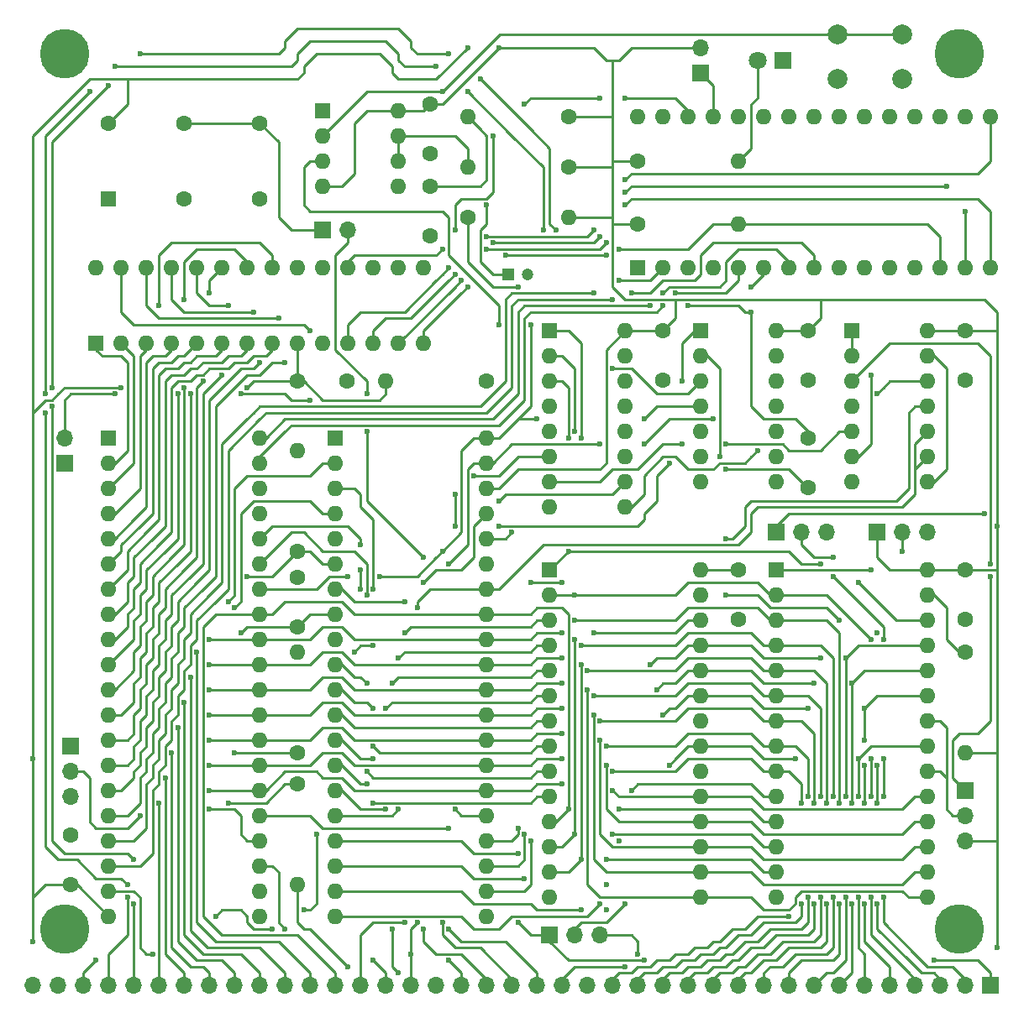
<source format=gtl>
G04 #@! TF.GenerationSoftware,KiCad,Pcbnew,(5.0.2)-1*
G04 #@! TF.CreationDate,2019-08-30T14:41:27-04:00*
G04 #@! TF.ProjectId,RC6502 Apple 1 SBC,52433635-3032-4204-9170-706c65203120,rev?*
G04 #@! TF.SameCoordinates,Original*
G04 #@! TF.FileFunction,Copper,L1,Top*
G04 #@! TF.FilePolarity,Positive*
%FSLAX46Y46*%
G04 Gerber Fmt 4.6, Leading zero omitted, Abs format (unit mm)*
G04 Created by KiCad (PCBNEW (5.0.2)-1) date 8/30/2019 2:41:27 PM*
%MOMM*%
%LPD*%
G01*
G04 APERTURE LIST*
G04 #@! TA.AperFunction,ComponentPad*
%ADD10R,1.600000X1.600000*%
G04 #@! TD*
G04 #@! TA.AperFunction,ComponentPad*
%ADD11O,1.600000X1.600000*%
G04 #@! TD*
G04 #@! TA.AperFunction,ComponentPad*
%ADD12C,1.600000*%
G04 #@! TD*
G04 #@! TA.AperFunction,ComponentPad*
%ADD13R,1.700000X1.700000*%
G04 #@! TD*
G04 #@! TA.AperFunction,ComponentPad*
%ADD14O,1.700000X1.700000*%
G04 #@! TD*
G04 #@! TA.AperFunction,ComponentPad*
%ADD15C,2.000000*%
G04 #@! TD*
G04 #@! TA.AperFunction,ComponentPad*
%ADD16R,1.200000X1.200000*%
G04 #@! TD*
G04 #@! TA.AperFunction,ComponentPad*
%ADD17C,1.200000*%
G04 #@! TD*
G04 #@! TA.AperFunction,ComponentPad*
%ADD18C,5.000000*%
G04 #@! TD*
G04 #@! TA.AperFunction,ComponentPad*
%ADD19R,1.800000X1.800000*%
G04 #@! TD*
G04 #@! TA.AperFunction,ComponentPad*
%ADD20C,1.800000*%
G04 #@! TD*
G04 #@! TA.AperFunction,ViaPad*
%ADD21C,0.600000*%
G04 #@! TD*
G04 #@! TA.AperFunction,Conductor*
%ADD22C,0.250000*%
G04 #@! TD*
G04 APERTURE END LIST*
D10*
G04 #@! TO.P,U1,1*
G04 #@! TO.N,Net-(J1-Pad2)*
X147955000Y-82550000D03*
D11*
G04 #@! TO.P,U1,21*
G04 #@! TO.N,GND*
X163195000Y-130810000D03*
G04 #@! TO.P,U1,2*
G04 #@! TO.N,RDY*
X147955000Y-85090000D03*
G04 #@! TO.P,U1,22*
G04 #@! TO.N,A12*
X163195000Y-128270000D03*
G04 #@! TO.P,U1,3*
G04 #@! TO.N,PHI1*
X147955000Y-87630000D03*
G04 #@! TO.P,U1,23*
G04 #@! TO.N,A13*
X163195000Y-125730000D03*
G04 #@! TO.P,U1,4*
G04 #@! TO.N,IRQ*
X147955000Y-90170000D03*
G04 #@! TO.P,U1,24*
G04 #@! TO.N,A14*
X163195000Y-123190000D03*
G04 #@! TO.P,U1,5*
G04 #@! TO.N,N/C*
X147955000Y-92710000D03*
G04 #@! TO.P,U1,25*
G04 #@! TO.N,A15*
X163195000Y-120650000D03*
G04 #@! TO.P,U1,6*
G04 #@! TO.N,NMI*
X147955000Y-95250000D03*
G04 #@! TO.P,U1,26*
G04 #@! TO.N,D7*
X163195000Y-118110000D03*
G04 #@! TO.P,U1,7*
G04 #@! TO.N,SYNC*
X147955000Y-97790000D03*
G04 #@! TO.P,U1,27*
G04 #@! TO.N,D6*
X163195000Y-115570000D03*
G04 #@! TO.P,U1,8*
G04 #@! TO.N,VCC*
X147955000Y-100330000D03*
G04 #@! TO.P,U1,28*
G04 #@! TO.N,D5*
X163195000Y-113030000D03*
G04 #@! TO.P,U1,9*
G04 #@! TO.N,A0*
X147955000Y-102870000D03*
G04 #@! TO.P,U1,29*
G04 #@! TO.N,D4*
X163195000Y-110490000D03*
G04 #@! TO.P,U1,10*
G04 #@! TO.N,A1*
X147955000Y-105410000D03*
G04 #@! TO.P,U1,30*
G04 #@! TO.N,D3*
X163195000Y-107950000D03*
G04 #@! TO.P,U1,11*
G04 #@! TO.N,A2*
X147955000Y-107950000D03*
G04 #@! TO.P,U1,31*
G04 #@! TO.N,D2*
X163195000Y-105410000D03*
G04 #@! TO.P,U1,12*
G04 #@! TO.N,A3*
X147955000Y-110490000D03*
G04 #@! TO.P,U1,32*
G04 #@! TO.N,D1*
X163195000Y-102870000D03*
G04 #@! TO.P,U1,13*
G04 #@! TO.N,A4*
X147955000Y-113030000D03*
G04 #@! TO.P,U1,33*
G04 #@! TO.N,D0*
X163195000Y-100330000D03*
G04 #@! TO.P,U1,14*
G04 #@! TO.N,A5*
X147955000Y-115570000D03*
G04 #@! TO.P,U1,34*
G04 #@! TO.N,RW*
X163195000Y-97790000D03*
G04 #@! TO.P,U1,15*
G04 #@! TO.N,A6*
X147955000Y-118110000D03*
G04 #@! TO.P,U1,35*
G04 #@! TO.N,N/C*
X163195000Y-95250000D03*
G04 #@! TO.P,U1,16*
G04 #@! TO.N,A7*
X147955000Y-120650000D03*
G04 #@! TO.P,U1,36*
G04 #@! TO.N,Net-(R10-Pad1)*
X163195000Y-92710000D03*
G04 #@! TO.P,U1,17*
G04 #@! TO.N,A8*
X147955000Y-123190000D03*
G04 #@! TO.P,U1,37*
G04 #@! TO.N,CLOCK*
X163195000Y-90170000D03*
G04 #@! TO.P,U1,18*
G04 #@! TO.N,A9*
X147955000Y-125730000D03*
G04 #@! TO.P,U1,38*
G04 #@! TO.N,VCC*
X163195000Y-87630000D03*
G04 #@! TO.P,U1,19*
G04 #@! TO.N,A10*
X147955000Y-128270000D03*
G04 #@! TO.P,U1,39*
G04 #@! TO.N,PHI2*
X163195000Y-85090000D03*
G04 #@! TO.P,U1,20*
G04 #@! TO.N,A11*
X147955000Y-130810000D03*
G04 #@! TO.P,U1,40*
G04 #@! TO.N,RESET*
X163195000Y-82550000D03*
G04 #@! TD*
D12*
G04 #@! TO.P,C1,1*
G04 #@! TO.N,VCC*
X144145000Y-101600000D03*
G04 #@! TO.P,C1,2*
G04 #@! TO.N,GND*
X144145000Y-96600000D03*
G04 #@! TD*
G04 #@! TO.P,C2,1*
G04 #@! TO.N,VCC*
X188595000Y-95885000D03*
G04 #@! TO.P,C2,2*
G04 #@! TO.N,GND*
X188595000Y-100885000D03*
G04 #@! TD*
G04 #@! TO.P,C4,1*
G04 #@! TO.N,VCC*
X211455000Y-95885000D03*
G04 #@! TO.P,C4,2*
G04 #@! TO.N,GND*
X211455000Y-100885000D03*
G04 #@! TD*
G04 #@! TO.P,C5,1*
G04 #@! TO.N,VCC*
X211455000Y-71755000D03*
G04 #@! TO.P,C5,2*
G04 #@! TO.N,GND*
X211455000Y-76755000D03*
G04 #@! TD*
G04 #@! TO.P,C6,1*
G04 #@! TO.N,Net-(C6-Pad1)*
X157480000Y-57150000D03*
G04 #@! TO.P,C6,2*
G04 #@! TO.N,GND*
X157480000Y-62150000D03*
G04 #@! TD*
G04 #@! TO.P,C7,1*
G04 #@! TO.N,VCC*
X195580000Y-71755000D03*
G04 #@! TO.P,C7,2*
G04 #@! TO.N,GND*
X195580000Y-76755000D03*
G04 #@! TD*
G04 #@! TO.P,C8,1*
G04 #@! TO.N,VCC*
X121285000Y-127635000D03*
G04 #@! TO.P,C8,2*
G04 #@! TO.N,GND*
X121285000Y-122635000D03*
G04 #@! TD*
G04 #@! TO.P,C9,1*
G04 #@! TO.N,VCC*
X144145000Y-76835000D03*
G04 #@! TO.P,C9,2*
G04 #@! TO.N,GND*
X149145000Y-76835000D03*
G04 #@! TD*
G04 #@! TO.P,C11,1*
G04 #@! TO.N,VCC*
X157480000Y-48895000D03*
G04 #@! TO.P,C11,2*
G04 #@! TO.N,GND*
X157480000Y-53895000D03*
G04 #@! TD*
D10*
G04 #@! TO.P,J2,1*
G04 #@! TO.N,TX*
X178435000Y-65405000D03*
D11*
G04 #@! TO.P,J2,17*
G04 #@! TO.N,N/C*
X211455000Y-50165000D03*
G04 #@! TO.P,J2,2*
G04 #@! TO.N,RX*
X180975000Y-65405000D03*
G04 #@! TO.P,J2,18*
G04 #@! TO.N,N/C*
X208915000Y-50165000D03*
G04 #@! TO.P,J2,3*
X183515000Y-65405000D03*
G04 #@! TO.P,J2,19*
X206375000Y-50165000D03*
G04 #@! TO.P,J2,4*
X186055000Y-65405000D03*
G04 #@! TO.P,J2,20*
X203835000Y-50165000D03*
G04 #@! TO.P,J2,5*
G04 #@! TO.N,KBD_READY*
X188595000Y-65405000D03*
G04 #@! TO.P,J2,21*
G04 #@! TO.N,N/C*
X201295000Y-50165000D03*
G04 #@! TO.P,J2,6*
G04 #@! TO.N,OUT_DA*
X191135000Y-65405000D03*
G04 #@! TO.P,J2,22*
G04 #@! TO.N,N/C*
X198755000Y-50165000D03*
G04 #@! TO.P,J2,7*
G04 #@! TO.N,KBD_STROBE*
X193675000Y-65405000D03*
G04 #@! TO.P,J2,23*
G04 #@! TO.N,N/C*
X196215000Y-50165000D03*
G04 #@! TO.P,J2,8*
G04 #@! TO.N,OUT_RDA*
X196215000Y-65405000D03*
G04 #@! TO.P,J2,24*
G04 #@! TO.N,N/C*
X193675000Y-50165000D03*
G04 #@! TO.P,J2,9*
X198755000Y-65405000D03*
G04 #@! TO.P,J2,25*
X191135000Y-50165000D03*
G04 #@! TO.P,J2,10*
X201295000Y-65405000D03*
G04 #@! TO.P,J2,26*
X188595000Y-50165000D03*
G04 #@! TO.P,J2,11*
X203835000Y-65405000D03*
G04 #@! TO.P,J2,27*
G04 #@! TO.N,Net-(J2-Pad27)*
X186055000Y-50165000D03*
G04 #@! TO.P,J2,12*
G04 #@! TO.N,N/C*
X206375000Y-65405000D03*
G04 #@! TO.P,J2,28*
G04 #@! TO.N,P_RESET*
X183515000Y-50165000D03*
G04 #@! TO.P,J2,13*
G04 #@! TO.N,Net-(J2-Pad13)*
X208915000Y-65405000D03*
G04 #@! TO.P,J2,29*
G04 #@! TO.N,GND*
X180975000Y-50165000D03*
G04 #@! TO.P,J2,14*
G04 #@! TO.N,Net-(J2-Pad14)*
X211455000Y-65405000D03*
G04 #@! TO.P,J2,30*
G04 #@! TO.N,N/C*
X178435000Y-50165000D03*
G04 #@! TO.P,J2,15*
G04 #@! TO.N,Net-(J2-Pad15)*
X213995000Y-65405000D03*
G04 #@! TO.P,J2,16*
G04 #@! TO.N,Net-(J2-Pad16)*
X213995000Y-50165000D03*
G04 #@! TD*
D13*
G04 #@! TO.P,J3,1*
G04 #@! TO.N,A15*
X213995000Y-137795000D03*
D14*
G04 #@! TO.P,J3,2*
G04 #@! TO.N,A14*
X211455000Y-137795000D03*
G04 #@! TO.P,J3,3*
G04 #@! TO.N,A13*
X208915000Y-137795000D03*
G04 #@! TO.P,J3,4*
G04 #@! TO.N,A12*
X206375000Y-137795000D03*
G04 #@! TO.P,J3,5*
G04 #@! TO.N,A11*
X203835000Y-137795000D03*
G04 #@! TO.P,J3,6*
G04 #@! TO.N,A10*
X201295000Y-137795000D03*
G04 #@! TO.P,J3,7*
G04 #@! TO.N,A9*
X198755000Y-137795000D03*
G04 #@! TO.P,J3,8*
G04 #@! TO.N,A8*
X196215000Y-137795000D03*
G04 #@! TO.P,J3,9*
G04 #@! TO.N,A7*
X193675000Y-137795000D03*
G04 #@! TO.P,J3,10*
G04 #@! TO.N,A6*
X191135000Y-137795000D03*
G04 #@! TO.P,J3,11*
G04 #@! TO.N,A5*
X188595000Y-137795000D03*
G04 #@! TO.P,J3,12*
G04 #@! TO.N,A4*
X186055000Y-137795000D03*
G04 #@! TO.P,J3,13*
G04 #@! TO.N,A3*
X183515000Y-137795000D03*
G04 #@! TO.P,J3,14*
G04 #@! TO.N,A2*
X180975000Y-137795000D03*
G04 #@! TO.P,J3,15*
G04 #@! TO.N,A1*
X178435000Y-137795000D03*
G04 #@! TO.P,J3,16*
G04 #@! TO.N,A0*
X175895000Y-137795000D03*
G04 #@! TO.P,J3,17*
G04 #@! TO.N,GND*
X173355000Y-137795000D03*
G04 #@! TO.P,J3,18*
G04 #@! TO.N,VCC*
X170815000Y-137795000D03*
G04 #@! TO.P,J3,19*
G04 #@! TO.N,PHI2*
X168275000Y-137795000D03*
G04 #@! TO.P,J3,20*
G04 #@! TO.N,RESET*
X165735000Y-137795000D03*
G04 #@! TO.P,J3,21*
G04 #@! TO.N,CLOCK*
X163195000Y-137795000D03*
G04 #@! TO.P,J3,22*
G04 #@! TO.N,IRQ*
X160655000Y-137795000D03*
G04 #@! TO.P,J3,23*
G04 #@! TO.N,PHI1*
X158115000Y-137795000D03*
G04 #@! TO.P,J3,24*
G04 #@! TO.N,RW*
X155575000Y-137795000D03*
G04 #@! TO.P,J3,25*
G04 #@! TO.N,RDY*
X153035000Y-137795000D03*
G04 #@! TO.P,J3,26*
G04 #@! TO.N,SYNC*
X150495000Y-137795000D03*
G04 #@! TO.P,J3,27*
G04 #@! TO.N,D0*
X147955000Y-137795000D03*
G04 #@! TO.P,J3,28*
G04 #@! TO.N,D1*
X145415000Y-137795000D03*
G04 #@! TO.P,J3,29*
G04 #@! TO.N,D2*
X142875000Y-137795000D03*
G04 #@! TO.P,J3,30*
G04 #@! TO.N,D3*
X140335000Y-137795000D03*
G04 #@! TO.P,J3,31*
G04 #@! TO.N,D4*
X137795000Y-137795000D03*
G04 #@! TO.P,J3,32*
G04 #@! TO.N,D5*
X135255000Y-137795000D03*
G04 #@! TO.P,J3,33*
G04 #@! TO.N,D6*
X132715000Y-137795000D03*
G04 #@! TO.P,J3,34*
G04 #@! TO.N,D7*
X130175000Y-137795000D03*
G04 #@! TO.P,J3,35*
G04 #@! TO.N,TX*
X127635000Y-137795000D03*
G04 #@! TO.P,J3,36*
G04 #@! TO.N,RX*
X125095000Y-137795000D03*
G04 #@! TO.P,J3,37*
G04 #@! TO.N,NMI*
X122555000Y-137795000D03*
G04 #@! TO.P,J3,38*
G04 #@! TO.N,N/C*
X120015000Y-137795000D03*
G04 #@! TO.P,J3,39*
X117475000Y-137795000D03*
G04 #@! TD*
D12*
G04 #@! TO.P,R1,1*
G04 #@! TO.N,Net-(R1-Pad1)*
X211455000Y-104140000D03*
D11*
G04 #@! TO.P,R1,2*
G04 #@! TO.N,VCC*
X211455000Y-114300000D03*
G04 #@! TD*
D12*
G04 #@! TO.P,R2,1*
G04 #@! TO.N,VCC*
X171450000Y-50165000D03*
D11*
G04 #@! TO.P,R2,2*
G04 #@! TO.N,Net-(C6-Pad1)*
X161290000Y-50165000D03*
G04 #@! TD*
D12*
G04 #@! TO.P,R3,1*
G04 #@! TO.N,VCC*
X171450000Y-55245000D03*
D11*
G04 #@! TO.P,R3,2*
G04 #@! TO.N,Net-(C10-Pad1)*
X161290000Y-55245000D03*
G04 #@! TD*
D12*
G04 #@! TO.P,R4,1*
G04 #@! TO.N,RESET*
X161290000Y-60325000D03*
D11*
G04 #@! TO.P,R4,2*
G04 #@! TO.N,VCC*
X171450000Y-60325000D03*
G04 #@! TD*
D12*
G04 #@! TO.P,R5,1*
G04 #@! TO.N,VCC*
X178435000Y-54610000D03*
D11*
G04 #@! TO.P,R5,2*
G04 #@! TO.N,Net-(D1-Pad2)*
X188595000Y-54610000D03*
G04 #@! TD*
D12*
G04 #@! TO.P,R6,1*
G04 #@! TO.N,RDY*
X144145000Y-117475000D03*
D11*
G04 #@! TO.P,R6,2*
G04 #@! TO.N,VCC*
X144145000Y-127635000D03*
G04 #@! TD*
D12*
G04 #@! TO.P,R7,1*
G04 #@! TO.N,IRQ*
X144145000Y-114300000D03*
D11*
G04 #@! TO.P,R7,2*
G04 #@! TO.N,VCC*
X144145000Y-104140000D03*
G04 #@! TD*
D12*
G04 #@! TO.P,R8,1*
G04 #@! TO.N,NMI*
X144145000Y-93980000D03*
D11*
G04 #@! TO.P,R8,2*
G04 #@! TO.N,VCC*
X144145000Y-83820000D03*
G04 #@! TD*
D12*
G04 #@! TO.P,R9,1*
G04 #@! TO.N,VCC*
X178435000Y-60960000D03*
D11*
G04 #@! TO.P,R9,2*
G04 #@! TO.N,Net-(J2-Pad13)*
X188595000Y-60960000D03*
G04 #@! TD*
D15*
G04 #@! TO.P,SW1,2*
G04 #@! TO.N,Net-(C6-Pad1)*
X205105000Y-41855000D03*
G04 #@! TO.P,SW1,1*
G04 #@! TO.N,GND*
X205105000Y-46355000D03*
G04 #@! TO.P,SW1,2*
G04 #@! TO.N,Net-(C6-Pad1)*
X198605000Y-41855000D03*
G04 #@! TO.P,SW1,1*
G04 #@! TO.N,GND*
X198605000Y-46355000D03*
G04 #@! TD*
D10*
G04 #@! TO.P,U2,1*
G04 #@! TO.N,A14*
X169545000Y-95885000D03*
D11*
G04 #@! TO.P,U2,15*
G04 #@! TO.N,D3*
X184785000Y-128905000D03*
G04 #@! TO.P,U2,2*
G04 #@! TO.N,A12*
X169545000Y-98425000D03*
G04 #@! TO.P,U2,16*
G04 #@! TO.N,D4*
X184785000Y-126365000D03*
G04 #@! TO.P,U2,3*
G04 #@! TO.N,A7*
X169545000Y-100965000D03*
G04 #@! TO.P,U2,17*
G04 #@! TO.N,D5*
X184785000Y-123825000D03*
G04 #@! TO.P,U2,4*
G04 #@! TO.N,A6*
X169545000Y-103505000D03*
G04 #@! TO.P,U2,18*
G04 #@! TO.N,D6*
X184785000Y-121285000D03*
G04 #@! TO.P,U2,5*
G04 #@! TO.N,A5*
X169545000Y-106045000D03*
G04 #@! TO.P,U2,19*
G04 #@! TO.N,D7*
X184785000Y-118745000D03*
G04 #@! TO.P,U2,6*
G04 #@! TO.N,A4*
X169545000Y-108585000D03*
G04 #@! TO.P,U2,20*
G04 #@! TO.N,Net-(J10-Pad2)*
X184785000Y-116205000D03*
G04 #@! TO.P,U2,7*
G04 #@! TO.N,A3*
X169545000Y-111125000D03*
G04 #@! TO.P,U2,21*
G04 #@! TO.N,A10*
X184785000Y-113665000D03*
G04 #@! TO.P,U2,8*
G04 #@! TO.N,A2*
X169545000Y-113665000D03*
G04 #@! TO.P,U2,22*
G04 #@! TO.N,Net-(J10-Pad2)*
X184785000Y-111125000D03*
G04 #@! TO.P,U2,9*
G04 #@! TO.N,A1*
X169545000Y-116205000D03*
G04 #@! TO.P,U2,23*
G04 #@! TO.N,A11*
X184785000Y-108585000D03*
G04 #@! TO.P,U2,10*
G04 #@! TO.N,A0*
X169545000Y-118745000D03*
G04 #@! TO.P,U2,24*
G04 #@! TO.N,A9*
X184785000Y-106045000D03*
G04 #@! TO.P,U2,11*
G04 #@! TO.N,D0*
X169545000Y-121285000D03*
G04 #@! TO.P,U2,25*
G04 #@! TO.N,A8*
X184785000Y-103505000D03*
G04 #@! TO.P,U2,12*
G04 #@! TO.N,D1*
X169545000Y-123825000D03*
G04 #@! TO.P,U2,26*
G04 #@! TO.N,A13*
X184785000Y-100965000D03*
G04 #@! TO.P,U2,13*
G04 #@! TO.N,D2*
X169545000Y-126365000D03*
G04 #@! TO.P,U2,27*
G04 #@! TO.N,Net-(U2-Pad27)*
X184785000Y-98425000D03*
G04 #@! TO.P,U2,14*
G04 #@! TO.N,GND*
X169545000Y-128905000D03*
G04 #@! TO.P,U2,28*
G04 #@! TO.N,VCC*
X184785000Y-95885000D03*
G04 #@! TD*
D10*
G04 #@! TO.P,U5,1*
G04 #@! TO.N,Net-(U5-Pad1)*
X200025000Y-71755000D03*
D11*
G04 #@! TO.P,U5,8*
G04 #@! TO.N,Net-(U5-Pad13)*
X207645000Y-86995000D03*
G04 #@! TO.P,U5,2*
G04 #@! TO.N,Net-(U5-Pad1)*
X200025000Y-74295000D03*
G04 #@! TO.P,U5,9*
G04 #@! TO.N,RW*
X207645000Y-84455000D03*
G04 #@! TO.P,U5,3*
G04 #@! TO.N,CS_ROM*
X200025000Y-76835000D03*
G04 #@! TO.P,U5,10*
G04 #@! TO.N,RW*
X207645000Y-81915000D03*
G04 #@! TO.P,U5,4*
G04 #@! TO.N,Net-(U3-Pad9)*
X200025000Y-79375000D03*
G04 #@! TO.P,U5,11*
G04 #@! TO.N,Net-(U2-Pad27)*
X207645000Y-79375000D03*
G04 #@! TO.P,U5,5*
G04 #@! TO.N,Net-(U3-Pad7)*
X200025000Y-81915000D03*
G04 #@! TO.P,U5,12*
G04 #@! TO.N,PHI2*
X207645000Y-76835000D03*
G04 #@! TO.P,U5,6*
G04 #@! TO.N,Net-(U5-Pad1)*
X200025000Y-84455000D03*
G04 #@! TO.P,U5,13*
G04 #@! TO.N,Net-(U5-Pad13)*
X207645000Y-74295000D03*
G04 #@! TO.P,U5,7*
G04 #@! TO.N,GND*
X200025000Y-86995000D03*
G04 #@! TO.P,U5,14*
G04 #@! TO.N,VCC*
X207645000Y-71755000D03*
G04 #@! TD*
D10*
G04 #@! TO.P,U7,1*
G04 #@! TO.N,Net-(U7-Pad1)*
X184785000Y-71755000D03*
D11*
G04 #@! TO.P,U7,8*
G04 #@! TO.N,N/C*
X192405000Y-86995000D03*
G04 #@! TO.P,U7,2*
G04 #@! TO.N,Net-(C12-Pad2)*
X184785000Y-74295000D03*
G04 #@! TO.P,U7,9*
G04 #@! TO.N,GND*
X192405000Y-84455000D03*
G04 #@! TO.P,U7,3*
G04 #@! TO.N,Net-(U6-Pad3)*
X184785000Y-76835000D03*
G04 #@! TO.P,U7,10*
G04 #@! TO.N,N/C*
X192405000Y-81915000D03*
G04 #@! TO.P,U7,4*
G04 #@! TO.N,RESET*
X184785000Y-79375000D03*
G04 #@! TO.P,U7,11*
G04 #@! TO.N,GND*
X192405000Y-79375000D03*
G04 #@! TO.P,U7,5*
X184785000Y-81915000D03*
G04 #@! TO.P,U7,12*
G04 #@! TO.N,N/C*
X192405000Y-76835000D03*
G04 #@! TO.P,U7,6*
X184785000Y-84455000D03*
G04 #@! TO.P,U7,13*
G04 #@! TO.N,GND*
X192405000Y-74295000D03*
G04 #@! TO.P,U7,7*
X184785000Y-86995000D03*
G04 #@! TO.P,U7,14*
G04 #@! TO.N,VCC*
X192405000Y-71755000D03*
G04 #@! TD*
D10*
G04 #@! TO.P,U8,1*
G04 #@! TO.N,GND*
X125095000Y-82550000D03*
D11*
G04 #@! TO.P,U8,21*
G04 #@! TO.N,RW*
X140335000Y-130810000D03*
G04 #@! TO.P,U8,2*
G04 #@! TO.N,KBD_D0*
X125095000Y-85090000D03*
G04 #@! TO.P,U8,22*
G04 #@! TO.N,A4*
X140335000Y-128270000D03*
G04 #@! TO.P,U8,3*
G04 #@! TO.N,KBD_D1*
X125095000Y-87630000D03*
G04 #@! TO.P,U8,23*
G04 #@! TO.N,CS_PIA*
X140335000Y-125730000D03*
G04 #@! TO.P,U8,4*
G04 #@! TO.N,KBD_D2*
X125095000Y-90170000D03*
G04 #@! TO.P,U8,24*
G04 #@! TO.N,Net-(J11-Pad2)*
X140335000Y-123190000D03*
G04 #@! TO.P,U8,5*
G04 #@! TO.N,KBD_D3*
X125095000Y-92710000D03*
G04 #@! TO.P,U8,25*
G04 #@! TO.N,PHI2*
X140335000Y-120650000D03*
G04 #@! TO.P,U8,6*
G04 #@! TO.N,KBD_D4*
X125095000Y-95250000D03*
G04 #@! TO.P,U8,26*
G04 #@! TO.N,D7*
X140335000Y-118110000D03*
G04 #@! TO.P,U8,7*
G04 #@! TO.N,KBD_D5*
X125095000Y-97790000D03*
G04 #@! TO.P,U8,27*
G04 #@! TO.N,D6*
X140335000Y-115570000D03*
G04 #@! TO.P,U8,8*
G04 #@! TO.N,KBD_D6*
X125095000Y-100330000D03*
G04 #@! TO.P,U8,28*
G04 #@! TO.N,D5*
X140335000Y-113030000D03*
G04 #@! TO.P,U8,9*
G04 #@! TO.N,KBD_D7*
X125095000Y-102870000D03*
G04 #@! TO.P,U8,29*
G04 #@! TO.N,D4*
X140335000Y-110490000D03*
G04 #@! TO.P,U8,10*
G04 #@! TO.N,OUT_D0*
X125095000Y-105410000D03*
G04 #@! TO.P,U8,30*
G04 #@! TO.N,D3*
X140335000Y-107950000D03*
G04 #@! TO.P,U8,11*
G04 #@! TO.N,OUT_D1*
X125095000Y-107950000D03*
G04 #@! TO.P,U8,31*
G04 #@! TO.N,D2*
X140335000Y-105410000D03*
G04 #@! TO.P,U8,12*
G04 #@! TO.N,OUT_D2*
X125095000Y-110490000D03*
G04 #@! TO.P,U8,32*
G04 #@! TO.N,D1*
X140335000Y-102870000D03*
G04 #@! TO.P,U8,13*
G04 #@! TO.N,OUT_D3*
X125095000Y-113030000D03*
G04 #@! TO.P,U8,33*
G04 #@! TO.N,D0*
X140335000Y-100330000D03*
G04 #@! TO.P,U8,14*
G04 #@! TO.N,OUT_D4*
X125095000Y-115570000D03*
G04 #@! TO.P,U8,34*
G04 #@! TO.N,RESET*
X140335000Y-97790000D03*
G04 #@! TO.P,U8,15*
G04 #@! TO.N,OUT_D5*
X125095000Y-118110000D03*
G04 #@! TO.P,U8,35*
G04 #@! TO.N,A1*
X140335000Y-95250000D03*
G04 #@! TO.P,U8,16*
G04 #@! TO.N,OUT_D6*
X125095000Y-120650000D03*
G04 #@! TO.P,U8,36*
G04 #@! TO.N,A0*
X140335000Y-92710000D03*
G04 #@! TO.P,U8,17*
G04 #@! TO.N,OUT_DA*
X125095000Y-123190000D03*
G04 #@! TO.P,U8,37*
G04 #@! TO.N,N/C*
X140335000Y-90170000D03*
G04 #@! TO.P,U8,18*
G04 #@! TO.N,OUT_RDA*
X125095000Y-125730000D03*
G04 #@! TO.P,U8,38*
G04 #@! TO.N,N/C*
X140335000Y-87630000D03*
G04 #@! TO.P,U8,19*
G04 #@! TO.N,Net-(U7-Pad1)*
X125095000Y-128270000D03*
G04 #@! TO.P,U8,39*
G04 #@! TO.N,KBD_READY*
X140335000Y-85090000D03*
G04 #@! TO.P,U8,20*
G04 #@! TO.N,VCC*
X125095000Y-130810000D03*
G04 #@! TO.P,U8,40*
G04 #@! TO.N,KBD_STROBE*
X140335000Y-82550000D03*
G04 #@! TD*
D10*
G04 #@! TO.P,U9,1*
G04 #@! TO.N,KBD_D0*
X123825000Y-73025000D03*
D11*
G04 #@! TO.P,U9,15*
G04 #@! TO.N,GND*
X156845000Y-65405000D03*
G04 #@! TO.P,U9,2*
G04 #@! TO.N,KBD_D1*
X126365000Y-73025000D03*
G04 #@! TO.P,U9,16*
G04 #@! TO.N,GND*
X154305000Y-65405000D03*
G04 #@! TO.P,U9,3*
G04 #@! TO.N,KBD_D2*
X128905000Y-73025000D03*
G04 #@! TO.P,U9,17*
G04 #@! TO.N,GND*
X151765000Y-65405000D03*
G04 #@! TO.P,U9,4*
G04 #@! TO.N,KBD_D3*
X131445000Y-73025000D03*
G04 #@! TO.P,U9,18*
G04 #@! TO.N,P_RESET*
X149225000Y-65405000D03*
G04 #@! TO.P,U9,5*
G04 #@! TO.N,KBD_D4*
X133985000Y-73025000D03*
G04 #@! TO.P,U9,19*
G04 #@! TO.N,N/C*
X146685000Y-65405000D03*
G04 #@! TO.P,U9,6*
G04 #@! TO.N,KBD_D5*
X136525000Y-73025000D03*
G04 #@! TO.P,U9,20*
G04 #@! TO.N,N/C*
X144145000Y-65405000D03*
G04 #@! TO.P,U9,7*
G04 #@! TO.N,KBD_D6*
X139065000Y-73025000D03*
G04 #@! TO.P,U9,21*
G04 #@! TO.N,OUT_D0*
X141605000Y-65405000D03*
G04 #@! TO.P,U9,8*
G04 #@! TO.N,KBD_D7*
X141605000Y-73025000D03*
G04 #@! TO.P,U9,22*
G04 #@! TO.N,OUT_D1*
X139065000Y-65405000D03*
G04 #@! TO.P,U9,9*
G04 #@! TO.N,VCC*
X144145000Y-73025000D03*
G04 #@! TO.P,U9,23*
G04 #@! TO.N,OUT_D2*
X136525000Y-65405000D03*
G04 #@! TO.P,U9,10*
G04 #@! TO.N,GND*
X146685000Y-73025000D03*
G04 #@! TO.P,U9,24*
G04 #@! TO.N,OUT_D3*
X133985000Y-65405000D03*
G04 #@! TO.P,U9,11*
G04 #@! TO.N,Net-(J2-Pad13)*
X149225000Y-73025000D03*
G04 #@! TO.P,U9,25*
G04 #@! TO.N,OUT_D4*
X131445000Y-65405000D03*
G04 #@! TO.P,U9,12*
G04 #@! TO.N,Net-(J2-Pad16)*
X151765000Y-73025000D03*
G04 #@! TO.P,U9,26*
G04 #@! TO.N,OUT_D5*
X128905000Y-65405000D03*
G04 #@! TO.P,U9,13*
G04 #@! TO.N,Net-(J2-Pad14)*
X154305000Y-73025000D03*
G04 #@! TO.P,U9,27*
G04 #@! TO.N,OUT_D6*
X126365000Y-65405000D03*
G04 #@! TO.P,U9,14*
G04 #@! TO.N,Net-(J2-Pad15)*
X156845000Y-73025000D03*
G04 #@! TO.P,U9,28*
G04 #@! TO.N,N/C*
X123825000Y-65405000D03*
G04 #@! TD*
D10*
G04 #@! TO.P,U3,1*
G04 #@! TO.N,A12*
X169545000Y-71755000D03*
D11*
G04 #@! TO.P,U3,9*
G04 #@! TO.N,Net-(U3-Pad9)*
X177165000Y-89535000D03*
G04 #@! TO.P,U3,2*
G04 #@! TO.N,A13*
X169545000Y-74295000D03*
G04 #@! TO.P,U3,10*
G04 #@! TO.N,CS_PIA*
X177165000Y-86995000D03*
G04 #@! TO.P,U3,3*
G04 #@! TO.N,A14*
X169545000Y-76835000D03*
G04 #@! TO.P,U3,11*
G04 #@! TO.N,N/C*
X177165000Y-84455000D03*
G04 #@! TO.P,U3,4*
G04 #@! TO.N,GND*
X169545000Y-79375000D03*
G04 #@! TO.P,U3,12*
G04 #@! TO.N,N/C*
X177165000Y-81915000D03*
G04 #@! TO.P,U3,5*
G04 #@! TO.N,GND*
X169545000Y-81915000D03*
G04 #@! TO.P,U3,13*
G04 #@! TO.N,N/C*
X177165000Y-79375000D03*
G04 #@! TO.P,U3,6*
G04 #@! TO.N,A15*
X169545000Y-84455000D03*
G04 #@! TO.P,U3,14*
G04 #@! TO.N,N/C*
X177165000Y-76835000D03*
G04 #@! TO.P,U3,7*
G04 #@! TO.N,Net-(U3-Pad7)*
X169545000Y-86995000D03*
G04 #@! TO.P,U3,15*
G04 #@! TO.N,N/C*
X177165000Y-74295000D03*
G04 #@! TO.P,U3,8*
G04 #@! TO.N,GND*
X169545000Y-89535000D03*
G04 #@! TO.P,U3,16*
G04 #@! TO.N,VCC*
X177165000Y-71755000D03*
G04 #@! TD*
D10*
G04 #@! TO.P,U4,1*
G04 #@! TO.N,A14_W*
X192405000Y-95885000D03*
D11*
G04 #@! TO.P,U4,15*
G04 #@! TO.N,D3*
X207645000Y-128905000D03*
G04 #@! TO.P,U4,2*
G04 #@! TO.N,A12*
X192405000Y-98425000D03*
G04 #@! TO.P,U4,16*
G04 #@! TO.N,D4*
X207645000Y-126365000D03*
G04 #@! TO.P,U4,3*
G04 #@! TO.N,A7*
X192405000Y-100965000D03*
G04 #@! TO.P,U4,17*
G04 #@! TO.N,D5*
X207645000Y-123825000D03*
G04 #@! TO.P,U4,4*
G04 #@! TO.N,A6*
X192405000Y-103505000D03*
G04 #@! TO.P,U4,18*
G04 #@! TO.N,D6*
X207645000Y-121285000D03*
G04 #@! TO.P,U4,5*
G04 #@! TO.N,A5*
X192405000Y-106045000D03*
G04 #@! TO.P,U4,19*
G04 #@! TO.N,D7*
X207645000Y-118745000D03*
G04 #@! TO.P,U4,6*
G04 #@! TO.N,A4*
X192405000Y-108585000D03*
G04 #@! TO.P,U4,20*
G04 #@! TO.N,Net-(J9-Pad2)*
X207645000Y-116205000D03*
G04 #@! TO.P,U4,7*
G04 #@! TO.N,A3*
X192405000Y-111125000D03*
G04 #@! TO.P,U4,21*
G04 #@! TO.N,A10*
X207645000Y-113665000D03*
G04 #@! TO.P,U4,8*
G04 #@! TO.N,A2*
X192405000Y-113665000D03*
G04 #@! TO.P,U4,22*
G04 #@! TO.N,Net-(J9-Pad2)*
X207645000Y-111125000D03*
G04 #@! TO.P,U4,9*
G04 #@! TO.N,A1*
X192405000Y-116205000D03*
G04 #@! TO.P,U4,23*
G04 #@! TO.N,A11*
X207645000Y-108585000D03*
G04 #@! TO.P,U4,10*
G04 #@! TO.N,A0*
X192405000Y-118745000D03*
G04 #@! TO.P,U4,24*
G04 #@! TO.N,A9*
X207645000Y-106045000D03*
G04 #@! TO.P,U4,11*
G04 #@! TO.N,D0*
X192405000Y-121285000D03*
G04 #@! TO.P,U4,25*
G04 #@! TO.N,A8*
X207645000Y-103505000D03*
G04 #@! TO.P,U4,12*
G04 #@! TO.N,D1*
X192405000Y-123825000D03*
G04 #@! TO.P,U4,26*
G04 #@! TO.N,A13_W*
X207645000Y-100965000D03*
G04 #@! TO.P,U4,13*
G04 #@! TO.N,D2*
X192405000Y-126365000D03*
G04 #@! TO.P,U4,27*
G04 #@! TO.N,Net-(R1-Pad1)*
X207645000Y-98425000D03*
G04 #@! TO.P,U4,14*
G04 #@! TO.N,GND*
X192405000Y-128905000D03*
G04 #@! TO.P,U4,28*
G04 #@! TO.N,VCC*
X207645000Y-95885000D03*
G04 #@! TD*
D10*
G04 #@! TO.P,U6,1*
G04 #@! TO.N,GND*
X146685000Y-49530000D03*
D11*
G04 #@! TO.P,U6,5*
G04 #@! TO.N,N/C*
X154305000Y-57150000D03*
G04 #@! TO.P,U6,2*
G04 #@! TO.N,Net-(C6-Pad1)*
X146685000Y-52070000D03*
G04 #@! TO.P,U6,6*
G04 #@! TO.N,Net-(C10-Pad1)*
X154305000Y-54610000D03*
G04 #@! TO.P,U6,3*
G04 #@! TO.N,Net-(U6-Pad3)*
X146685000Y-54610000D03*
G04 #@! TO.P,U6,7*
G04 #@! TO.N,Net-(C10-Pad1)*
X154305000Y-52070000D03*
G04 #@! TO.P,U6,4*
G04 #@! TO.N,VCC*
X146685000Y-57150000D03*
G04 #@! TO.P,U6,8*
X154305000Y-49530000D03*
G04 #@! TD*
D12*
G04 #@! TO.P,C3,1*
G04 #@! TO.N,VCC*
X180975000Y-71755000D03*
G04 #@! TO.P,C3,2*
G04 #@! TO.N,GND*
X180975000Y-76755000D03*
G04 #@! TD*
D16*
G04 #@! TO.P,C10,1*
G04 #@! TO.N,Net-(C10-Pad1)*
X165354000Y-66040000D03*
D17*
G04 #@! TO.P,C10,2*
G04 #@! TO.N,GND*
X167354000Y-66040000D03*
G04 #@! TD*
D12*
G04 #@! TO.P,C12,1*
G04 #@! TO.N,OUT_DA*
X195580000Y-82550000D03*
G04 #@! TO.P,C12,2*
G04 #@! TO.N,Net-(C12-Pad2)*
X195580000Y-87550000D03*
G04 #@! TD*
D18*
G04 #@! TO.P,J4,1*
G04 #@! TO.N,N/C*
X210820000Y-132080000D03*
G04 #@! TD*
G04 #@! TO.P,J5,1*
G04 #@! TO.N,N/C*
X120650000Y-132080000D03*
G04 #@! TD*
G04 #@! TO.P,J6,1*
G04 #@! TO.N,N/C*
X210820000Y-43815000D03*
G04 #@! TD*
G04 #@! TO.P,J7,1*
G04 #@! TO.N,N/C*
X120650000Y-43815000D03*
G04 #@! TD*
D13*
G04 #@! TO.P,J1,1*
G04 #@! TO.N,GND*
X120650000Y-85090000D03*
D14*
G04 #@! TO.P,J1,2*
G04 #@! TO.N,Net-(J1-Pad2)*
X120650000Y-82550000D03*
G04 #@! TD*
D19*
G04 #@! TO.P,D1,1*
G04 #@! TO.N,GND*
X193040000Y-44450000D03*
D20*
G04 #@! TO.P,D1,2*
G04 #@! TO.N,Net-(D1-Pad2)*
X190500000Y-44450000D03*
G04 #@! TD*
D13*
G04 #@! TO.P,J8,1*
G04 #@! TO.N,Net-(J2-Pad27)*
X184785000Y-45720000D03*
D14*
G04 #@! TO.P,J8,2*
G04 #@! TO.N,VCC*
X184785000Y-43180000D03*
G04 #@! TD*
D13*
G04 #@! TO.P,A13,1*
G04 #@! TO.N,VCC*
X192405000Y-92075000D03*
D14*
G04 #@! TO.P,A13,2*
G04 #@! TO.N,A13_W*
X194945000Y-92075000D03*
G04 #@! TO.P,A13,3*
G04 #@! TO.N,GND*
X197485000Y-92075000D03*
G04 #@! TD*
D13*
G04 #@! TO.P,A14,1*
G04 #@! TO.N,VCC*
X202565000Y-92075000D03*
D14*
G04 #@! TO.P,A14,2*
G04 #@! TO.N,A14_W*
X205105000Y-92075000D03*
G04 #@! TO.P,A14,3*
G04 #@! TO.N,GND*
X207645000Y-92075000D03*
G04 #@! TD*
D12*
G04 #@! TO.P,R10,1*
G04 #@! TO.N,Net-(R10-Pad1)*
X163195000Y-76835000D03*
D11*
G04 #@! TO.P,R10,2*
G04 #@! TO.N,VCC*
X153035000Y-76835000D03*
G04 #@! TD*
D12*
G04 #@! TO.P,X1,7*
G04 #@! TO.N,GND*
X132715000Y-58420000D03*
G04 #@! TO.P,X1,8*
G04 #@! TO.N,Net-(JP1-Pad1)*
X132715000Y-50800000D03*
D10*
G04 #@! TO.P,X1,1*
G04 #@! TO.N,N/C*
X125095000Y-58420000D03*
D12*
G04 #@! TO.P,X1,14*
G04 #@! TO.N,VCC*
X125095000Y-50800000D03*
G04 #@! TO.P,X1,8*
G04 #@! TO.N,Net-(JP1-Pad1)*
X140335000Y-50800000D03*
G04 #@! TO.P,X1,7*
G04 #@! TO.N,GND*
X140335000Y-58420000D03*
G04 #@! TD*
D13*
G04 #@! TO.P,J9,1*
G04 #@! TO.N,CS_ROM*
X211455000Y-118110000D03*
D14*
G04 #@! TO.P,J9,2*
G04 #@! TO.N,Net-(J9-Pad2)*
X211455000Y-120650000D03*
G04 #@! TO.P,J9,3*
G04 #@! TO.N,VCC*
X211455000Y-123190000D03*
G04 #@! TD*
D13*
G04 #@! TO.P,J10,1*
G04 #@! TO.N,A15*
X169545000Y-132715000D03*
D14*
G04 #@! TO.P,J10,2*
G04 #@! TO.N,Net-(J10-Pad2)*
X172085000Y-132715000D03*
G04 #@! TO.P,J10,3*
G04 #@! TO.N,VCC*
X174625000Y-132715000D03*
G04 #@! TD*
D13*
G04 #@! TO.P,J11,1*
G04 #@! TO.N,VCC*
X121285000Y-113665000D03*
D14*
G04 #@! TO.P,J11,2*
G04 #@! TO.N,Net-(J11-Pad2)*
X121285000Y-116205000D03*
G04 #@! TO.P,J11,3*
G04 #@! TO.N,GND*
X121285000Y-118745000D03*
G04 #@! TD*
D13*
G04 #@! TO.P,JP1,1*
G04 #@! TO.N,Net-(JP1-Pad1)*
X146685000Y-61595000D03*
D14*
G04 #@! TO.P,JP1,2*
G04 #@! TO.N,CLOCK*
X149225000Y-61595000D03*
G04 #@! TD*
D21*
G04 #@! TO.N,OUT_DA*
X173990000Y-67945000D03*
X183515000Y-69215000D03*
X189865000Y-69850000D03*
X189865000Y-67310000D03*
G04 #@! TO.N,VCC*
X161290000Y-43180000D03*
X164465000Y-43180000D03*
X117475000Y-114935000D03*
X139065000Y-77470000D03*
X126365000Y-77470000D03*
X149225000Y-135890000D03*
X178435000Y-134620000D03*
X214630000Y-91440000D03*
X213360000Y-90170000D03*
X138430000Y-102235000D03*
X214630000Y-133985000D03*
X177165000Y-135890000D03*
X117475000Y-133350000D03*
G04 #@! TO.N,Net-(J1-Pad2)*
X138430000Y-78105000D03*
X145415000Y-78740000D03*
X125730000Y-78105000D03*
G04 #@! TO.N,TX*
X119380000Y-79375000D03*
X119380000Y-77470000D03*
X127635000Y-129540000D03*
X127635000Y-125095000D03*
X162560000Y-46355000D03*
X159385000Y-43815000D03*
X128270000Y-43815000D03*
X125095000Y-46990000D03*
X170180000Y-61595000D03*
G04 #@! TO.N,RX*
X118745000Y-80010000D03*
X118745000Y-78105000D03*
X127000000Y-128905000D03*
X127000000Y-127635000D03*
X161290000Y-47625000D03*
X158115000Y-45085000D03*
X125730000Y-45085000D03*
X123190000Y-47625000D03*
X168910000Y-61595000D03*
X176530000Y-66675000D03*
G04 #@! TO.N,KBD_READY*
X182245000Y-67945000D03*
X180975000Y-69215000D03*
G04 #@! TO.N,KBD_STROBE*
X180975000Y-67945000D03*
X179705000Y-69215000D03*
G04 #@! TO.N,OUT_RDA*
X177800000Y-67945000D03*
X175895000Y-68580000D03*
G04 #@! TO.N,P_RESET*
X158750000Y-63500000D03*
X160020000Y-61595000D03*
X163830000Y-52070000D03*
X167005000Y-48895000D03*
X174625000Y-48260000D03*
X177165000Y-48260000D03*
G04 #@! TO.N,Net-(J2-Pad13)*
X175260000Y-64135000D03*
X176530000Y-63500000D03*
X159385000Y-65405000D03*
X165100000Y-64135000D03*
G04 #@! TO.N,Net-(J2-Pad14)*
X160655000Y-66675000D03*
X163830000Y-62865000D03*
X177165000Y-57785000D03*
X174625000Y-62230000D03*
X211455000Y-59690000D03*
X209550000Y-57150000D03*
G04 #@! TO.N,Net-(J2-Pad15)*
X175260000Y-62865000D03*
X177165000Y-59055000D03*
X163195000Y-63500000D03*
X161290000Y-67310000D03*
G04 #@! TO.N,Net-(J2-Pad16)*
X160020000Y-66040000D03*
X163195000Y-62230000D03*
X177165000Y-56515000D03*
X173990000Y-61595000D03*
G04 #@! TO.N,A15*
X166370000Y-131445000D03*
X179070000Y-135255000D03*
X208280000Y-135255000D03*
X160020000Y-120015000D03*
X160020000Y-91440000D03*
X160020000Y-88265000D03*
X161925000Y-86360000D03*
G04 #@! TO.N,A14*
X198120000Y-96520000D03*
X196850000Y-95250000D03*
X203200000Y-118745000D03*
X203200000Y-114935000D03*
X203200000Y-128905000D03*
X203200000Y-102870000D03*
X171450000Y-82550000D03*
X171450000Y-93980000D03*
X166370000Y-121920000D03*
G04 #@! TO.N,A13*
X202565000Y-119380000D03*
X202565000Y-115570000D03*
X202565000Y-129540000D03*
X202565000Y-102235000D03*
X187325000Y-98425000D03*
X198755000Y-100965000D03*
X173990000Y-102235000D03*
X172085000Y-81915000D03*
X170815000Y-97155000D03*
X167005000Y-122555000D03*
X167640000Y-97155000D03*
G04 #@! TO.N,A12*
X201930000Y-118745000D03*
X201930000Y-114935000D03*
X201930000Y-128905000D03*
X201930000Y-102870000D03*
X172720000Y-82550000D03*
X172085000Y-98425000D03*
X167640000Y-123190000D03*
G04 #@! TO.N,A11*
X201295000Y-113030000D03*
X201295000Y-115570000D03*
X201295000Y-119380000D03*
X201295000Y-129540000D03*
X174625000Y-129540000D03*
X180975000Y-110490000D03*
X201295000Y-109855000D03*
X195580000Y-109855000D03*
G04 #@! TO.N,A10*
X200660000Y-118745000D03*
X200660000Y-128905000D03*
X172720000Y-130175000D03*
X175260000Y-130175000D03*
X181610000Y-115570000D03*
X200660000Y-114935000D03*
X194310000Y-114935000D03*
G04 #@! TO.N,A9*
X200025000Y-119380000D03*
X200025000Y-129540000D03*
X175260000Y-127635000D03*
X180340000Y-107950000D03*
X167005000Y-127000000D03*
X196215000Y-107315000D03*
X200025000Y-107315000D03*
G04 #@! TO.N,A8*
X199390000Y-118745000D03*
X199390000Y-128905000D03*
X176530000Y-123190000D03*
X179705000Y-105410000D03*
X166370000Y-124460000D03*
X196850000Y-104775000D03*
X199390000Y-104775000D03*
G04 #@! TO.N,A7*
X198755000Y-119380000D03*
X198755000Y-129540000D03*
X172085000Y-100965000D03*
X154305000Y-120015000D03*
X154940000Y-102235000D03*
G04 #@! TO.N,A6*
X198120000Y-128905000D03*
X198120000Y-118745000D03*
X153035000Y-120015000D03*
X154305000Y-104775000D03*
X172720000Y-103505000D03*
G04 #@! TO.N,A5*
X197485000Y-119380000D03*
X197485000Y-129540000D03*
X151130000Y-117475000D03*
X153670000Y-107315000D03*
X173355000Y-106045000D03*
G04 #@! TO.N,A4*
X146050000Y-122555000D03*
X144780000Y-130175000D03*
X196850000Y-118745000D03*
X196850000Y-128905000D03*
X151765000Y-114935000D03*
X153035000Y-109855000D03*
X173990000Y-108585000D03*
G04 #@! TO.N,A3*
X196215000Y-119380000D03*
X196215000Y-129540000D03*
X174625000Y-111125000D03*
G04 #@! TO.N,A2*
X195580000Y-118745000D03*
X195580000Y-128905000D03*
X151765000Y-109855000D03*
X151765000Y-113665000D03*
X175260000Y-113665000D03*
G04 #@! TO.N,A1*
X194945000Y-119380000D03*
X194945000Y-129540000D03*
X151130000Y-98425000D03*
X151130000Y-107315000D03*
X151130000Y-116205000D03*
X175895000Y-116205000D03*
G04 #@! TO.N,A0*
X193675000Y-130810000D03*
X150495000Y-95885000D03*
X150495000Y-93345000D03*
X150495000Y-97790000D03*
X151765000Y-119380000D03*
X177800000Y-118110000D03*
G04 #@! TO.N,PHI2*
X186055000Y-80645000D03*
X179070000Y-83185000D03*
X174625000Y-83185000D03*
X202565000Y-78105000D03*
X159385000Y-95250000D03*
X159385000Y-121920000D03*
X159385000Y-132080000D03*
G04 #@! TO.N,RESET*
X167640000Y-71120000D03*
X166370000Y-67310000D03*
X179070000Y-80645000D03*
X168275000Y-80645000D03*
X152400000Y-96520000D03*
X149225000Y-96520000D03*
X158750000Y-131445000D03*
X158750000Y-93980000D03*
G04 #@! TO.N,CLOCK*
X151130000Y-78105000D03*
X156845000Y-94615000D03*
X151130000Y-81915000D03*
X156845000Y-132080000D03*
X156845000Y-97155000D03*
G04 #@! TO.N,IRQ*
X137795000Y-114300000D03*
X159385000Y-135255000D03*
X137795000Y-99695000D03*
G04 #@! TO.N,RW*
X156210000Y-99695000D03*
X156210000Y-131445000D03*
X155575000Y-134620000D03*
G04 #@! TO.N,RDY*
X137160000Y-119380000D03*
X151765000Y-135255000D03*
X137160000Y-99060000D03*
G04 #@! TO.N,SYNC*
X154940000Y-99060000D03*
X154940000Y-131445000D03*
G04 #@! TO.N,D0*
X171450000Y-120015000D03*
X176530000Y-120015000D03*
G04 #@! TO.N,D1*
X170815000Y-102235000D03*
X172085000Y-102870000D03*
X172085000Y-122555000D03*
X175895000Y-122555000D03*
X133985000Y-104140000D03*
X135255000Y-102870000D03*
G04 #@! TO.N,D2*
X172720000Y-125095000D03*
X175260000Y-125095000D03*
X172720000Y-105410000D03*
X170815000Y-104775000D03*
X133350000Y-106680000D03*
X135255000Y-105410000D03*
G04 #@! TO.N,D3*
X170815000Y-107315000D03*
X173355000Y-107950000D03*
X132715000Y-109220000D03*
X135255000Y-107950000D03*
G04 #@! TO.N,D4*
X173990000Y-110490000D03*
X170815000Y-109855000D03*
X132080000Y-111760000D03*
X135255000Y-110490000D03*
G04 #@! TO.N,D5*
X174625000Y-113030000D03*
X170815000Y-112395000D03*
X135255000Y-113030000D03*
X131445000Y-114300000D03*
G04 #@! TO.N,D6*
X175260000Y-115570000D03*
X170815000Y-114935000D03*
X130810000Y-116840000D03*
X135255000Y-115570000D03*
G04 #@! TO.N,D7*
X170815000Y-117475000D03*
X175895000Y-118110000D03*
X130175000Y-119380000D03*
X135255000Y-118110000D03*
G04 #@! TO.N,NMI*
X139065000Y-96520000D03*
X123825000Y-135255000D03*
G04 #@! TO.N,A13_W*
X200660000Y-97155000D03*
X198120000Y-94615000D03*
G04 #@! TO.N,A14_W*
X201930000Y-95885000D03*
X205105000Y-93980000D03*
G04 #@! TO.N,CS_PIA*
X142875000Y-132080000D03*
X164465000Y-88900000D03*
G04 #@! TO.N,CS_ROM*
X213995000Y-96520000D03*
X213995000Y-95250000D03*
G04 #@! TO.N,Net-(U5-Pad1)*
X201930000Y-76200000D03*
G04 #@! TO.N,OUT_D0*
X130175000Y-69215000D03*
X132080000Y-78105000D03*
G04 #@! TO.N,OUT_D1*
X132715000Y-68580000D03*
X132715000Y-77470000D03*
G04 #@! TO.N,OUT_D2*
X135255000Y-67945000D03*
X133350000Y-78105000D03*
G04 #@! TO.N,OUT_D3*
X137160000Y-69215000D03*
X134620000Y-76835000D03*
G04 #@! TO.N,OUT_D4*
X139700000Y-69850000D03*
X136525000Y-76200000D03*
G04 #@! TO.N,OUT_D5*
X142240000Y-70485000D03*
X140335000Y-74930000D03*
G04 #@! TO.N,OUT_D6*
X142875000Y-74930000D03*
X145415000Y-71755000D03*
G04 #@! TO.N,Net-(U2-Pad27)*
X187325000Y-92710000D03*
G04 #@! TO.N,Net-(U3-Pad9)*
X190500000Y-83820000D03*
G04 #@! TO.N,Net-(U3-Pad7)*
X187325000Y-83185000D03*
X182880000Y-83185000D03*
G04 #@! TO.N,Net-(U6-Pad3)*
X175895000Y-75565000D03*
X164465000Y-71120000D03*
G04 #@! TO.N,Net-(U7-Pad1)*
X182880000Y-76835000D03*
X181610000Y-85090000D03*
X141605000Y-132080000D03*
X135890000Y-130810000D03*
X129540000Y-134620000D03*
X164465000Y-91440000D03*
G04 #@! TO.N,Net-(C6-Pad1)*
X158750000Y-47625000D03*
G04 #@! TO.N,Net-(C10-Pad1)*
X163195000Y-59055000D03*
G04 #@! TO.N,Net-(C12-Pad2)*
X187325000Y-85725000D03*
X186690000Y-84455000D03*
G04 #@! TO.N,Net-(R10-Pad1)*
X165735000Y-92075000D03*
G04 #@! TO.N,Net-(J10-Pad2)*
X177165000Y-129540000D03*
G04 #@! TO.N,Net-(J11-Pad2)*
X128270000Y-120650000D03*
X135255000Y-120015000D03*
G04 #@! TO.N,PHI1*
X153670000Y-132080000D03*
X154305000Y-136525000D03*
X151765000Y-97790000D03*
X151765000Y-103505000D03*
X149860000Y-104140000D03*
G04 #@! TD*
D22*
G04 #@! TO.N,OUT_DA*
X189865000Y-69850000D02*
X189230000Y-69850000D01*
X165100000Y-76835000D02*
X165100000Y-68580000D01*
X165100000Y-68580000D02*
X165735000Y-67945000D01*
X165735000Y-67945000D02*
X173990000Y-67945000D01*
X149860000Y-79375000D02*
X162560000Y-79375000D01*
X140335000Y-79375000D02*
X149860000Y-79375000D01*
X136525000Y-83185000D02*
X139065000Y-80645000D01*
X136525000Y-97155000D02*
X136525000Y-83185000D01*
X133350000Y-102235000D02*
X133350000Y-100330000D01*
X127635000Y-123190000D02*
X128905000Y-121920000D01*
X128905000Y-121920000D02*
X128905000Y-117475000D01*
X127635000Y-123190000D02*
X125095000Y-123190000D01*
X132080000Y-107315000D02*
X132080000Y-105410000D01*
X131445000Y-107950000D02*
X132080000Y-107315000D01*
X129540000Y-116840000D02*
X129540000Y-115570000D01*
X129540000Y-115570000D02*
X130175000Y-114935000D01*
X130175000Y-114935000D02*
X130175000Y-113030000D01*
X130175000Y-113030000D02*
X130810000Y-112395000D01*
X130810000Y-112395000D02*
X130810000Y-111125000D01*
X130810000Y-111125000D02*
X130810000Y-110490000D01*
X130810000Y-110490000D02*
X131445000Y-109855000D01*
X131445000Y-109855000D02*
X131445000Y-107950000D01*
X128905000Y-117475000D02*
X129540000Y-116840000D01*
X132715000Y-104775000D02*
X132715000Y-102870000D01*
X132715000Y-102870000D02*
X133350000Y-102235000D01*
X132080000Y-105410000D02*
X132715000Y-104775000D01*
X133350000Y-100330000D02*
X135255000Y-98425000D01*
X135255000Y-98425000D02*
X136525000Y-97155000D01*
X139065000Y-80645000D02*
X139700000Y-80010000D01*
X139700000Y-80010000D02*
X140335000Y-79375000D01*
X162560000Y-79375000D02*
X165100000Y-76835000D01*
X188595000Y-69215000D02*
X183515000Y-69215000D01*
X189230000Y-69850000D02*
X188595000Y-69215000D01*
X195580000Y-82550000D02*
X195580000Y-81915000D01*
X195580000Y-81915000D02*
X194310000Y-80645000D01*
X194310000Y-80645000D02*
X191135000Y-80645000D01*
X191135000Y-80645000D02*
X189865000Y-79375000D01*
X189865000Y-79375000D02*
X189865000Y-69850000D01*
X189865000Y-67310000D02*
X191135000Y-66040000D01*
X191135000Y-66040000D02*
X191135000Y-65405000D01*
G04 #@! TO.N,VCC*
X157480000Y-48895000D02*
X158750000Y-48895000D01*
X158750000Y-48895000D02*
X164465000Y-43180000D01*
X154305000Y-49530000D02*
X156845000Y-49530000D01*
X156845000Y-49530000D02*
X157480000Y-48895000D01*
X146050000Y-43815000D02*
X144780000Y-45085000D01*
X146050000Y-43815000D02*
X152400000Y-43815000D01*
X152400000Y-43815000D02*
X153670000Y-45085000D01*
X153670000Y-45085000D02*
X153670000Y-45720000D01*
X153670000Y-45720000D02*
X154305000Y-46355000D01*
X154305000Y-46355000D02*
X154940000Y-46355000D01*
X161290000Y-43180000D02*
X158115000Y-46355000D01*
X154940000Y-46355000D02*
X158115000Y-46355000D01*
X139700000Y-46355000D02*
X142240000Y-46355000D01*
X139700000Y-46355000D02*
X127000000Y-46355000D01*
X142875000Y-46355000D02*
X142240000Y-46355000D01*
X144780000Y-45085000D02*
X144780000Y-45720000D01*
X144780000Y-45720000D02*
X144145000Y-46355000D01*
X144145000Y-46355000D02*
X142875000Y-46355000D01*
X144145000Y-76835000D02*
X140970000Y-76835000D01*
X139700000Y-76835000D02*
X139065000Y-77470000D01*
X140970000Y-76835000D02*
X139700000Y-76835000D01*
X120015000Y-78105000D02*
X119380000Y-78740000D01*
X120650000Y-77470000D02*
X120015000Y-78105000D01*
X121285000Y-77470000D02*
X120650000Y-77470000D01*
X126365000Y-77470000D02*
X121285000Y-77470000D01*
X117475000Y-80010000D02*
X118745000Y-78740000D01*
X119380000Y-78740000D02*
X118745000Y-78740000D01*
X144145000Y-127635000D02*
X144145000Y-131445000D01*
X144780000Y-132080000D02*
X145415000Y-132080000D01*
X144145000Y-131445000D02*
X144780000Y-132080000D01*
X145415000Y-132080000D02*
X149225000Y-135890000D01*
X174625000Y-132715000D02*
X177800000Y-132715000D01*
X178435000Y-133350000D02*
X178435000Y-134620000D01*
X177800000Y-132715000D02*
X178435000Y-133350000D01*
X211455000Y-123190000D02*
X214630000Y-123190000D01*
X127000000Y-46355000D02*
X127000000Y-48895000D01*
X127000000Y-48895000D02*
X125095000Y-50800000D01*
X117475000Y-82550000D02*
X117475000Y-80010000D01*
X117475000Y-80010000D02*
X117475000Y-52070000D01*
X117475000Y-52070000D02*
X123190000Y-46355000D01*
X123190000Y-46355000D02*
X125095000Y-46355000D01*
X125095000Y-46355000D02*
X127000000Y-46355000D01*
X117475000Y-83820000D02*
X117475000Y-82550000D01*
X164465000Y-43180000D02*
X173990000Y-43180000D01*
X175260000Y-44450000D02*
X173990000Y-43180000D01*
X175895000Y-44450000D02*
X175260000Y-44450000D01*
X144145000Y-76835000D02*
X144780000Y-76835000D01*
X144780000Y-76835000D02*
X146685000Y-78740000D01*
X153035000Y-78105000D02*
X153035000Y-76835000D01*
X152400000Y-78740000D02*
X153035000Y-78105000D01*
X146685000Y-78740000D02*
X152400000Y-78740000D01*
X202565000Y-92075000D02*
X202565000Y-94615000D01*
X202565000Y-94615000D02*
X203835000Y-95885000D01*
X203835000Y-95885000D02*
X207645000Y-95885000D01*
X201295000Y-90170000D02*
X213360000Y-90170000D01*
X163195000Y-87630000D02*
X164465000Y-87630000D01*
X175260000Y-73660000D02*
X177165000Y-71755000D01*
X175260000Y-85090000D02*
X175260000Y-73660000D01*
X174625000Y-85725000D02*
X175260000Y-85090000D01*
X166370000Y-85725000D02*
X174625000Y-85725000D01*
X164465000Y-87630000D02*
X166370000Y-85725000D01*
X192405000Y-92075000D02*
X192405000Y-91440000D01*
X192405000Y-91440000D02*
X193675000Y-90170000D01*
X193675000Y-90170000D02*
X201295000Y-90170000D01*
X139065000Y-101600000D02*
X144145000Y-101600000D01*
X138430000Y-102235000D02*
X139065000Y-101600000D01*
X144145000Y-101600000D02*
X145415000Y-100330000D01*
X145415000Y-100330000D02*
X147955000Y-100330000D01*
X121285000Y-127635000D02*
X121920000Y-127635000D01*
X121920000Y-127635000D02*
X125095000Y-130810000D01*
X121285000Y-127635000D02*
X118745000Y-127635000D01*
X118745000Y-127635000D02*
X117475000Y-128905000D01*
X170815000Y-137795000D02*
X170815000Y-137160000D01*
X170815000Y-137160000D02*
X172085000Y-135890000D01*
X214630000Y-118745000D02*
X214630000Y-114300000D01*
X214630000Y-133985000D02*
X214630000Y-123190000D01*
X214630000Y-123190000D02*
X214630000Y-118745000D01*
X172085000Y-135890000D02*
X177165000Y-135890000D01*
X117475000Y-106045000D02*
X117475000Y-105410000D01*
X117475000Y-127635000D02*
X117475000Y-114935000D01*
X117475000Y-114935000D02*
X117475000Y-106045000D01*
X117475000Y-128905000D02*
X117475000Y-127635000D01*
X117475000Y-105410000D02*
X117475000Y-104140000D01*
X117475000Y-95885000D02*
X117475000Y-83820000D01*
X117475000Y-104140000D02*
X117475000Y-97155000D01*
X117475000Y-97155000D02*
X117475000Y-95885000D01*
X171450000Y-60325000D02*
X175895000Y-60325000D01*
X175895000Y-60325000D02*
X175895000Y-59690000D01*
X171450000Y-55245000D02*
X175895000Y-55245000D01*
X171450000Y-50165000D02*
X175895000Y-50165000D01*
X146685000Y-57150000D02*
X148590000Y-57150000D01*
X151130000Y-49530000D02*
X154305000Y-49530000D01*
X149860000Y-50800000D02*
X151130000Y-49530000D01*
X149860000Y-55880000D02*
X149860000Y-50800000D01*
X148590000Y-57150000D02*
X149860000Y-55880000D01*
X175895000Y-44450000D02*
X176530000Y-44450000D01*
X176530000Y-44450000D02*
X177800000Y-43180000D01*
X117475000Y-133350000D02*
X117475000Y-128905000D01*
X211455000Y-114300000D02*
X214630000Y-114300000D01*
X144145000Y-76835000D02*
X144145000Y-73025000D01*
X178435000Y-60960000D02*
X175895000Y-60960000D01*
X178435000Y-54610000D02*
X175895000Y-54610000D01*
X211455000Y-95885000D02*
X214630000Y-95885000D01*
X214630000Y-114300000D02*
X214630000Y-95885000D01*
X214630000Y-95885000D02*
X214630000Y-91440000D01*
X214630000Y-91440000D02*
X214630000Y-82550000D01*
X214630000Y-82550000D02*
X214630000Y-71755000D01*
X211455000Y-71755000D02*
X214630000Y-71755000D01*
X196850000Y-68580000D02*
X196850000Y-69215000D01*
X196850000Y-69215000D02*
X196850000Y-70485000D01*
X196850000Y-70485000D02*
X195580000Y-71755000D01*
X207645000Y-71755000D02*
X211455000Y-71755000D01*
X197485000Y-68580000D02*
X213360000Y-68580000D01*
X196850000Y-68580000D02*
X197485000Y-68580000D01*
X213360000Y-68580000D02*
X214630000Y-69850000D01*
X214630000Y-69850000D02*
X214630000Y-71755000D01*
X195580000Y-71755000D02*
X192405000Y-71755000D01*
X182245000Y-68580000D02*
X195580000Y-68580000D01*
X195580000Y-68580000D02*
X196850000Y-68580000D01*
X180975000Y-71755000D02*
X182245000Y-70485000D01*
X175895000Y-44450000D02*
X175895000Y-50165000D01*
X175895000Y-50165000D02*
X175895000Y-54610000D01*
X175895000Y-54610000D02*
X175895000Y-55245000D01*
X175895000Y-55245000D02*
X175895000Y-59690000D01*
X175895000Y-59690000D02*
X175895000Y-60960000D01*
X175895000Y-60960000D02*
X175895000Y-67310000D01*
X175895000Y-67310000D02*
X177165000Y-68580000D01*
X177165000Y-68580000D02*
X179705000Y-68580000D01*
X177800000Y-43180000D02*
X184785000Y-43180000D01*
X182245000Y-68580000D02*
X179705000Y-68580000D01*
X182245000Y-70485000D02*
X182245000Y-68580000D01*
X177165000Y-71755000D02*
X180975000Y-71755000D01*
X207645000Y-95885000D02*
X211455000Y-95885000D01*
X184785000Y-95885000D02*
X188595000Y-95885000D01*
G04 #@! TO.N,Net-(D1-Pad2)*
X190500000Y-44450000D02*
X190500000Y-48260000D01*
X189865000Y-53340000D02*
X188595000Y-54610000D01*
X189865000Y-48895000D02*
X189865000Y-53340000D01*
X190500000Y-48260000D02*
X189865000Y-48895000D01*
G04 #@! TO.N,Net-(J1-Pad2)*
X142875000Y-78105000D02*
X143510000Y-78740000D01*
X138430000Y-78105000D02*
X142875000Y-78105000D01*
X145415000Y-78740000D02*
X144145000Y-78740000D01*
X143510000Y-78740000D02*
X144145000Y-78740000D01*
X120650000Y-78740000D02*
X120650000Y-80010000D01*
X121285000Y-78105000D02*
X120650000Y-78740000D01*
X125730000Y-78105000D02*
X121285000Y-78105000D01*
X120650000Y-80010000D02*
X120650000Y-80645000D01*
X120650000Y-82550000D02*
X120650000Y-80645000D01*
G04 #@! TO.N,TX*
X167640000Y-51435000D02*
X169545000Y-53340000D01*
X142240000Y-43815000D02*
X142875000Y-43180000D01*
X142875000Y-43180000D02*
X142875000Y-42545000D01*
X142875000Y-42545000D02*
X144145000Y-41275000D01*
X144145000Y-41275000D02*
X154305000Y-41275000D01*
X154305000Y-41275000D02*
X155575000Y-42545000D01*
X155575000Y-42545000D02*
X155575000Y-43180000D01*
X155575000Y-43180000D02*
X156210000Y-43815000D01*
X156210000Y-43815000D02*
X159385000Y-43815000D01*
X128270000Y-43815000D02*
X139700000Y-43815000D01*
X119380000Y-63500000D02*
X119380000Y-52705000D01*
X119380000Y-77470000D02*
X119380000Y-63500000D01*
X119380000Y-88265000D02*
X119380000Y-123190000D01*
X127635000Y-125095000D02*
X127000000Y-124460000D01*
X127000000Y-124460000D02*
X120650000Y-124460000D01*
X120650000Y-124460000D02*
X119380000Y-123190000D01*
X127635000Y-137795000D02*
X127635000Y-133985000D01*
X127635000Y-133985000D02*
X127635000Y-129540000D01*
X119380000Y-88265000D02*
X119380000Y-79375000D01*
X167640000Y-51435000D02*
X162560000Y-46355000D01*
X119380000Y-52705000D02*
X125095000Y-46990000D01*
X139700000Y-43815000D02*
X142240000Y-43815000D01*
X169545000Y-60960000D02*
X170180000Y-61595000D01*
X169545000Y-53340000D02*
X169545000Y-60960000D01*
G04 #@! TO.N,RX*
X165735000Y-52070000D02*
X168910000Y-55245000D01*
X154305000Y-44450000D02*
X154305000Y-43815000D01*
X154305000Y-43815000D02*
X153035000Y-42545000D01*
X153035000Y-42545000D02*
X145415000Y-42545000D01*
X145415000Y-42545000D02*
X144145000Y-43815000D01*
X144145000Y-43815000D02*
X144145000Y-44450000D01*
X144145000Y-44450000D02*
X143510000Y-45085000D01*
X143510000Y-45085000D02*
X139700000Y-45085000D01*
X118745000Y-63500000D02*
X118745000Y-52070000D01*
X118745000Y-78105000D02*
X118745000Y-63500000D01*
X118745000Y-94615000D02*
X118745000Y-123825000D01*
X127000000Y-132715000D02*
X127000000Y-129540000D01*
X127000000Y-129540000D02*
X127000000Y-128905000D01*
X127000000Y-127635000D02*
X126365000Y-127000000D01*
X126365000Y-127000000D02*
X123825000Y-127000000D01*
X123825000Y-127000000D02*
X121920000Y-125095000D01*
X121920000Y-125095000D02*
X120015000Y-125095000D01*
X120015000Y-125095000D02*
X118745000Y-123825000D01*
X125095000Y-137795000D02*
X125095000Y-134620000D01*
X125095000Y-134620000D02*
X125730000Y-133985000D01*
X125730000Y-133985000D02*
X127000000Y-132715000D01*
X118745000Y-94615000D02*
X118745000Y-80010000D01*
X165735000Y-52070000D02*
X161290000Y-47625000D01*
X154940000Y-45085000D02*
X158115000Y-45085000D01*
X125730000Y-45085000D02*
X139700000Y-45085000D01*
X118745000Y-52070000D02*
X123190000Y-47625000D01*
X154940000Y-45085000D02*
X154305000Y-44450000D01*
X168910000Y-55245000D02*
X168910000Y-61595000D01*
X179705000Y-66675000D02*
X176530000Y-66675000D01*
X180975000Y-65405000D02*
X179705000Y-66675000D01*
G04 #@! TO.N,KBD_READY*
X170815000Y-69850000D02*
X180340000Y-69850000D01*
X167640000Y-69850000D02*
X167005000Y-70485000D01*
X164465000Y-81280000D02*
X167005000Y-78740000D01*
X167005000Y-78740000D02*
X167005000Y-70485000D01*
X142875000Y-81915000D02*
X143510000Y-81280000D01*
X140335000Y-84455000D02*
X141605000Y-83185000D01*
X141605000Y-83185000D02*
X142875000Y-81915000D01*
X143510000Y-81280000D02*
X149860000Y-81280000D01*
X149860000Y-81280000D02*
X164465000Y-81280000D01*
X170815000Y-69850000D02*
X167640000Y-69850000D01*
X188595000Y-66675000D02*
X188595000Y-65405000D01*
X187325000Y-67945000D02*
X188595000Y-66675000D01*
X182245000Y-67945000D02*
X187325000Y-67945000D01*
X180340000Y-69850000D02*
X180975000Y-69215000D01*
X140335000Y-85090000D02*
X140335000Y-84455000D01*
G04 #@! TO.N,KBD_STROBE*
X170815000Y-69215000D02*
X179705000Y-69215000D01*
X166370000Y-71755000D02*
X166370000Y-69850000D01*
X166370000Y-69850000D02*
X167005000Y-69215000D01*
X167005000Y-69215000D02*
X170815000Y-69215000D01*
X163830000Y-80645000D02*
X166370000Y-78105000D01*
X140970000Y-82550000D02*
X142875000Y-80645000D01*
X142875000Y-80645000D02*
X149860000Y-80645000D01*
X149860000Y-80645000D02*
X163830000Y-80645000D01*
X166370000Y-78105000D02*
X166370000Y-71755000D01*
X192405000Y-63500000D02*
X193675000Y-64770000D01*
X188595000Y-63500000D02*
X192405000Y-63500000D01*
X187325000Y-64770000D02*
X188595000Y-63500000D01*
X187325000Y-66675000D02*
X187325000Y-64770000D01*
X186690000Y-67310000D02*
X187325000Y-66675000D01*
X181610000Y-67310000D02*
X186690000Y-67310000D01*
X180975000Y-67945000D02*
X181610000Y-67310000D01*
X193675000Y-64770000D02*
X193675000Y-65405000D01*
X140335000Y-82550000D02*
X140970000Y-82550000D01*
G04 #@! TO.N,OUT_RDA*
X170815000Y-68580000D02*
X175895000Y-68580000D01*
X165735000Y-69850000D02*
X165735000Y-69215000D01*
X165735000Y-69215000D02*
X166370000Y-68580000D01*
X166370000Y-68580000D02*
X170815000Y-68580000D01*
X165735000Y-71755000D02*
X165735000Y-77470000D01*
X163195000Y-80010000D02*
X165735000Y-77470000D01*
X140335000Y-80645000D02*
X140970000Y-80010000D01*
X137160000Y-97790000D02*
X137160000Y-83820000D01*
X133985000Y-102870000D02*
X133985000Y-100965000D01*
X128270000Y-125730000D02*
X129540000Y-124460000D01*
X129540000Y-124460000D02*
X129540000Y-118745000D01*
X125095000Y-125730000D02*
X128270000Y-125730000D01*
X132715000Y-107950000D02*
X132715000Y-106045000D01*
X132080000Y-108585000D02*
X132715000Y-107950000D01*
X129540000Y-118110000D02*
X130175000Y-117475000D01*
X130175000Y-117475000D02*
X130175000Y-116205000D01*
X130175000Y-116205000D02*
X130810000Y-115570000D01*
X130810000Y-115570000D02*
X130810000Y-113665000D01*
X130810000Y-113665000D02*
X131445000Y-113030000D01*
X131445000Y-113030000D02*
X131445000Y-111125000D01*
X131445000Y-111125000D02*
X132080000Y-110490000D01*
X132080000Y-110490000D02*
X132080000Y-108585000D01*
X129540000Y-118745000D02*
X129540000Y-118110000D01*
X133350000Y-105410000D02*
X133350000Y-103505000D01*
X133350000Y-103505000D02*
X133985000Y-102870000D01*
X132715000Y-106045000D02*
X133350000Y-105410000D01*
X133985000Y-100965000D02*
X135890000Y-99060000D01*
X135890000Y-99060000D02*
X137160000Y-97790000D01*
X137160000Y-83820000D02*
X140335000Y-80645000D01*
X140970000Y-80010000D02*
X149860000Y-80010000D01*
X149860000Y-80010000D02*
X163195000Y-80010000D01*
X165735000Y-71755000D02*
X165735000Y-69850000D01*
X196215000Y-64135000D02*
X196215000Y-65405000D01*
X194945000Y-62865000D02*
X196215000Y-64135000D01*
X186055000Y-62865000D02*
X194945000Y-62865000D01*
X184785000Y-64135000D02*
X186055000Y-62865000D01*
X184785000Y-66040000D02*
X184785000Y-64135000D01*
X184150000Y-66675000D02*
X184785000Y-66040000D01*
X181610000Y-66675000D02*
X184150000Y-66675000D01*
X180975000Y-66675000D02*
X181610000Y-66675000D01*
X179705000Y-67945000D02*
X180975000Y-66675000D01*
X177800000Y-67945000D02*
X179705000Y-67945000D01*
G04 #@! TO.N,P_RESET*
X163830000Y-52070000D02*
X163830000Y-57785000D01*
X158115000Y-64135000D02*
X149860000Y-64135000D01*
X149225000Y-64770000D02*
X149860000Y-64135000D01*
X158750000Y-63500000D02*
X158115000Y-64135000D01*
X160020000Y-59055000D02*
X160655000Y-58420000D01*
X160020000Y-61595000D02*
X160020000Y-59055000D01*
X162560000Y-58420000D02*
X160655000Y-58420000D01*
X167640000Y-48260000D02*
X167005000Y-48895000D01*
X168910000Y-48260000D02*
X167640000Y-48260000D01*
X170180000Y-48260000D02*
X168910000Y-48260000D01*
X174625000Y-48260000D02*
X170180000Y-48260000D01*
X182245000Y-48260000D02*
X177165000Y-48260000D01*
X182245000Y-48260000D02*
X183515000Y-49530000D01*
X163195000Y-58420000D02*
X162560000Y-58420000D01*
X163830000Y-57785000D02*
X163195000Y-58420000D01*
X183515000Y-50165000D02*
X183515000Y-49530000D01*
X149225000Y-64770000D02*
X149225000Y-65405000D01*
G04 #@! TO.N,Net-(J2-Pad13)*
X167640000Y-64135000D02*
X165100000Y-64135000D01*
X167640000Y-64135000D02*
X175260000Y-64135000D01*
X176530000Y-63500000D02*
X183515000Y-63500000D01*
X183515000Y-63500000D02*
X186055000Y-60960000D01*
X188595000Y-60960000D02*
X186055000Y-60960000D01*
X158750000Y-66040000D02*
X159385000Y-65405000D01*
X158115000Y-66675000D02*
X154940000Y-69850000D01*
X158115000Y-66675000D02*
X158750000Y-66040000D01*
X150495000Y-69850000D02*
X149225000Y-71120000D01*
X154940000Y-69850000D02*
X150495000Y-69850000D01*
X149225000Y-71120000D02*
X149225000Y-73025000D01*
X188595000Y-60960000D02*
X207010000Y-60960000D01*
X208915000Y-62230000D02*
X208915000Y-65405000D01*
X207645000Y-60960000D02*
X208915000Y-62230000D01*
X207010000Y-60960000D02*
X207645000Y-60960000D01*
G04 #@! TO.N,Net-(J2-Pad14)*
X180975000Y-57150000D02*
X209550000Y-57150000D01*
X177800000Y-57150000D02*
X180975000Y-57150000D01*
X163830000Y-62865000D02*
X173990000Y-62865000D01*
X154305000Y-73025000D02*
X160020000Y-67310000D01*
X160020000Y-67310000D02*
X160655000Y-66675000D01*
X173990000Y-62865000D02*
X174625000Y-62230000D01*
X177165000Y-57785000D02*
X177800000Y-57150000D01*
X211455000Y-59690000D02*
X211455000Y-65405000D01*
G04 #@! TO.N,Net-(J2-Pad15)*
X180975000Y-58420000D02*
X212725000Y-58420000D01*
X174625000Y-63500000D02*
X175260000Y-62865000D01*
X177165000Y-59055000D02*
X177800000Y-58420000D01*
X177800000Y-58420000D02*
X180975000Y-58420000D01*
X160655000Y-67945000D02*
X161290000Y-67310000D01*
X156845000Y-71755000D02*
X160655000Y-67945000D01*
X156845000Y-73025000D02*
X156845000Y-71755000D01*
X163195000Y-63500000D02*
X174625000Y-63500000D01*
X213995000Y-59690000D02*
X213995000Y-65405000D01*
X212725000Y-58420000D02*
X213995000Y-59690000D01*
G04 #@! TO.N,Net-(J2-Pad16)*
X180975000Y-55880000D02*
X212725000Y-55880000D01*
X177800000Y-55880000D02*
X180975000Y-55880000D01*
X163195000Y-62230000D02*
X173355000Y-62230000D01*
X151765000Y-73025000D02*
X151765000Y-71755000D01*
X153035000Y-70485000D02*
X155575000Y-70485000D01*
X151765000Y-71755000D02*
X153035000Y-70485000D01*
X155575000Y-70485000D02*
X159385000Y-66675000D01*
X159385000Y-66675000D02*
X160020000Y-66040000D01*
X173355000Y-62230000D02*
X173990000Y-61595000D01*
X177165000Y-56515000D02*
X177800000Y-55880000D01*
X213995000Y-54610000D02*
X213995000Y-50165000D01*
X212725000Y-55880000D02*
X213995000Y-54610000D01*
G04 #@! TO.N,A15*
X169545000Y-132715000D02*
X169545000Y-133350000D01*
X169545000Y-133350000D02*
X171450000Y-135255000D01*
X167640000Y-132715000D02*
X169545000Y-132715000D01*
X166370000Y-131445000D02*
X167640000Y-132715000D01*
X210185000Y-135255000D02*
X208280000Y-135255000D01*
X213995000Y-136525000D02*
X212725000Y-135255000D01*
X212725000Y-135255000D02*
X210185000Y-135255000D01*
X213995000Y-136525000D02*
X213995000Y-137795000D01*
X171450000Y-135255000D02*
X179070000Y-135255000D01*
X169545000Y-84455000D02*
X166370000Y-84455000D01*
X160655000Y-120650000D02*
X160020000Y-120015000D01*
X160655000Y-120650000D02*
X163195000Y-120650000D01*
X160020000Y-88265000D02*
X160020000Y-91440000D01*
X164465000Y-86360000D02*
X161925000Y-86360000D01*
X166370000Y-84455000D02*
X164465000Y-86360000D01*
G04 #@! TO.N,A14*
X203200000Y-128905000D02*
X203200000Y-131445000D01*
X195580000Y-95250000D02*
X194945000Y-95250000D01*
X203200000Y-101600000D02*
X198120000Y-96520000D01*
X196850000Y-95250000D02*
X195580000Y-95250000D01*
X206375000Y-134620000D02*
X207645000Y-135890000D01*
X211455000Y-137160000D02*
X210185000Y-135890000D01*
X207645000Y-135890000D02*
X210185000Y-135890000D01*
X203200000Y-118745000D02*
X203200000Y-114935000D01*
X203200000Y-102870000D02*
X203200000Y-101600000D01*
X193675000Y-93980000D02*
X182880000Y-93980000D01*
X194945000Y-95250000D02*
X193675000Y-93980000D01*
X182880000Y-93980000D02*
X171450000Y-93980000D01*
X203200000Y-131445000D02*
X206375000Y-134620000D01*
X165100000Y-123190000D02*
X165735000Y-123190000D01*
X166370000Y-122555000D02*
X166370000Y-121920000D01*
X165735000Y-123190000D02*
X166370000Y-122555000D01*
X169545000Y-76835000D02*
X170815000Y-76835000D01*
X170815000Y-76835000D02*
X171450000Y-77470000D01*
X171450000Y-77470000D02*
X171450000Y-82550000D01*
X171450000Y-93980000D02*
X169545000Y-95885000D01*
X163195000Y-123190000D02*
X165100000Y-123190000D01*
X211455000Y-137160000D02*
X211455000Y-137795000D01*
G04 #@! TO.N,A13*
X202565000Y-129540000D02*
X202565000Y-132080000D01*
X208915000Y-137160000D02*
X208280000Y-136525000D01*
X208280000Y-136525000D02*
X207010000Y-136525000D01*
X207010000Y-136525000D02*
X205740000Y-135255000D01*
X202565000Y-115570000D02*
X202565000Y-119380000D01*
X187325000Y-98425000D02*
X190500000Y-98425000D01*
X190500000Y-98425000D02*
X191770000Y-99695000D01*
X191770000Y-99695000D02*
X197485000Y-99695000D01*
X197485000Y-99695000D02*
X198755000Y-100965000D01*
X202565000Y-132080000D02*
X205740000Y-135255000D01*
X165735000Y-125730000D02*
X166370000Y-125730000D01*
X167005000Y-125095000D02*
X167005000Y-124460000D01*
X166370000Y-125730000D02*
X167005000Y-125095000D01*
X183515000Y-100965000D02*
X182245000Y-102235000D01*
X182245000Y-102235000D02*
X173990000Y-102235000D01*
X184785000Y-100965000D02*
X183515000Y-100965000D01*
X169545000Y-74295000D02*
X170815000Y-74295000D01*
X172085000Y-75565000D02*
X172085000Y-81915000D01*
X170815000Y-74295000D02*
X172085000Y-75565000D01*
X170815000Y-97155000D02*
X168275000Y-97155000D01*
X167005000Y-124460000D02*
X167005000Y-122555000D01*
X168275000Y-97155000D02*
X167640000Y-97155000D01*
X165735000Y-125730000D02*
X163195000Y-125730000D01*
X208915000Y-137795000D02*
X208915000Y-137160000D01*
G04 #@! TO.N,A12*
X206375000Y-137795000D02*
X206375000Y-137160000D01*
X206375000Y-137160000D02*
X205740000Y-136525000D01*
X201930000Y-128905000D02*
X201930000Y-132715000D01*
X192405000Y-98425000D02*
X197485000Y-98425000D01*
X197485000Y-98425000D02*
X201930000Y-102870000D01*
X201930000Y-114935000D02*
X201930000Y-118745000D01*
X201930000Y-132715000D02*
X205740000Y-136525000D01*
X166370000Y-128270000D02*
X167005000Y-128270000D01*
X167640000Y-127635000D02*
X167640000Y-127000000D01*
X167005000Y-128270000D02*
X167640000Y-127635000D01*
X171450000Y-71755000D02*
X172720000Y-73025000D01*
X172720000Y-73025000D02*
X172720000Y-82550000D01*
X169545000Y-71755000D02*
X171450000Y-71755000D01*
X192405000Y-98425000D02*
X191770000Y-98425000D01*
X191770000Y-98425000D02*
X190500000Y-97155000D01*
X182245000Y-98425000D02*
X172085000Y-98425000D01*
X172085000Y-98425000D02*
X169545000Y-98425000D01*
X183515000Y-97155000D02*
X182245000Y-98425000D01*
X190500000Y-97155000D02*
X183515000Y-97155000D01*
X163195000Y-128270000D02*
X166370000Y-128270000D01*
X167640000Y-127000000D02*
X167640000Y-123190000D01*
G04 #@! TO.N,A11*
X201295000Y-129540000D02*
X201295000Y-133350000D01*
X201295000Y-109855000D02*
X201295000Y-113030000D01*
X201295000Y-115570000D02*
X201295000Y-119380000D01*
X203835000Y-136525000D02*
X203835000Y-135890000D01*
X203835000Y-136525000D02*
X203835000Y-137795000D01*
X201295000Y-133350000D02*
X203835000Y-135890000D01*
X167005000Y-130810000D02*
X165735000Y-130810000D01*
X165735000Y-130810000D02*
X164465000Y-132080000D01*
X174625000Y-129540000D02*
X173355000Y-130810000D01*
X147955000Y-130810000D02*
X149225000Y-130810000D01*
X183515000Y-108585000D02*
X184785000Y-108585000D01*
X181610000Y-109855000D02*
X180975000Y-110490000D01*
X182245000Y-109855000D02*
X181610000Y-109855000D01*
X183515000Y-108585000D02*
X182245000Y-109855000D01*
X160655000Y-130810000D02*
X161925000Y-132080000D01*
X149225000Y-130810000D02*
X160655000Y-130810000D01*
X164465000Y-132080000D02*
X161925000Y-132080000D01*
X173355000Y-130810000D02*
X167005000Y-130810000D01*
X184785000Y-108585000D02*
X189865000Y-108585000D01*
X191135000Y-109855000D02*
X195580000Y-109855000D01*
X189865000Y-108585000D02*
X191135000Y-109855000D01*
X207645000Y-108585000D02*
X202565000Y-108585000D01*
X202565000Y-108585000D02*
X201295000Y-109855000D01*
G04 #@! TO.N,A10*
X200660000Y-128905000D02*
X200660000Y-133985000D01*
X201295000Y-137795000D02*
X201295000Y-135890000D01*
X200660000Y-118745000D02*
X200660000Y-114935000D01*
X201295000Y-135890000D02*
X201295000Y-134620000D01*
X200660000Y-133985000D02*
X201295000Y-134620000D01*
X147955000Y-128270000D02*
X160655000Y-128270000D01*
X168275000Y-130175000D02*
X172720000Y-130175000D01*
X167640000Y-129540000D02*
X168275000Y-130175000D01*
X161925000Y-129540000D02*
X167640000Y-129540000D01*
X160655000Y-128270000D02*
X161925000Y-129540000D01*
X184785000Y-113665000D02*
X183515000Y-113665000D01*
X183515000Y-113665000D02*
X182245000Y-114935000D01*
X182245000Y-114935000D02*
X181610000Y-115570000D01*
X184785000Y-113665000D02*
X189865000Y-113665000D01*
X191135000Y-114935000D02*
X189865000Y-113665000D01*
X194310000Y-114935000D02*
X191135000Y-114935000D01*
X207645000Y-113665000D02*
X201930000Y-113665000D01*
X201930000Y-113665000D02*
X200660000Y-114935000D01*
G04 #@! TO.N,A9*
X200025000Y-129540000D02*
X200025000Y-136525000D01*
X198755000Y-137795000D02*
X200025000Y-136525000D01*
X200025000Y-119380000D02*
X200025000Y-107315000D01*
X183515000Y-106045000D02*
X184785000Y-106045000D01*
X180975000Y-107315000D02*
X180340000Y-107950000D01*
X182245000Y-107315000D02*
X180975000Y-107315000D01*
X183515000Y-106045000D02*
X182245000Y-107315000D01*
X160655000Y-125730000D02*
X161925000Y-127000000D01*
X161925000Y-127000000D02*
X167005000Y-127000000D01*
X160655000Y-125730000D02*
X147955000Y-125730000D01*
X184785000Y-106045000D02*
X189865000Y-106045000D01*
X189865000Y-106045000D02*
X191135000Y-107315000D01*
X191135000Y-107315000D02*
X196215000Y-107315000D01*
X207645000Y-106045000D02*
X201930000Y-106045000D01*
X201295000Y-106045000D02*
X200025000Y-107315000D01*
X201930000Y-106045000D02*
X201295000Y-106045000D01*
G04 #@! TO.N,A8*
X199390000Y-128905000D02*
X199390000Y-135255000D01*
X198120000Y-136525000D02*
X197485000Y-136525000D01*
X199390000Y-135255000D02*
X198120000Y-136525000D01*
X196215000Y-137795000D02*
X197485000Y-136525000D01*
X199390000Y-118745000D02*
X199390000Y-104775000D01*
X183515000Y-103505000D02*
X184785000Y-103505000D01*
X180340000Y-104775000D02*
X179705000Y-105410000D01*
X182245000Y-104775000D02*
X180340000Y-104775000D01*
X183515000Y-103505000D02*
X182245000Y-104775000D01*
X160655000Y-123190000D02*
X161925000Y-124460000D01*
X160655000Y-123190000D02*
X147955000Y-123190000D01*
X166370000Y-124460000D02*
X161925000Y-124460000D01*
X184785000Y-103505000D02*
X189865000Y-103505000D01*
X189865000Y-103505000D02*
X191135000Y-104775000D01*
X191135000Y-104775000D02*
X196850000Y-104775000D01*
X200660000Y-103505000D02*
X199390000Y-104775000D01*
X207645000Y-103505000D02*
X200660000Y-103505000D01*
G04 #@! TO.N,A7*
X193675000Y-137795000D02*
X193675000Y-136525000D01*
X197485000Y-100965000D02*
X192405000Y-100965000D01*
X198755000Y-102235000D02*
X197485000Y-100965000D01*
X198755000Y-119380000D02*
X198755000Y-102235000D01*
X194945000Y-135255000D02*
X197485000Y-135255000D01*
X193675000Y-136525000D02*
X194945000Y-135255000D01*
X198120000Y-135255000D02*
X197485000Y-135255000D01*
X198755000Y-134620000D02*
X198120000Y-135255000D01*
X198755000Y-129540000D02*
X198755000Y-134620000D01*
X192405000Y-100965000D02*
X191770000Y-100965000D01*
X191770000Y-100965000D02*
X190500000Y-99695000D01*
X172085000Y-100965000D02*
X180340000Y-100965000D01*
X182245000Y-100965000D02*
X180340000Y-100965000D01*
X183515000Y-99695000D02*
X182245000Y-100965000D01*
X190500000Y-99695000D02*
X183515000Y-99695000D01*
X161925000Y-101600000D02*
X155575000Y-101600000D01*
X168275000Y-100965000D02*
X167640000Y-101600000D01*
X167640000Y-101600000D02*
X161925000Y-101600000D01*
X169545000Y-100965000D02*
X168275000Y-100965000D01*
X153670000Y-120650000D02*
X147955000Y-120650000D01*
X154305000Y-120015000D02*
X153670000Y-120650000D01*
X155575000Y-101600000D02*
X154940000Y-102235000D01*
G04 #@! TO.N,A6*
X191135000Y-136525000D02*
X191770000Y-135890000D01*
X191770000Y-135890000D02*
X193040000Y-135890000D01*
X193040000Y-135890000D02*
X194310000Y-134620000D01*
X192405000Y-103505000D02*
X196850000Y-103505000D01*
X198120000Y-104775000D02*
X196850000Y-103505000D01*
X198120000Y-118745000D02*
X198120000Y-104775000D01*
X191135000Y-136525000D02*
X191135000Y-137795000D01*
X197485000Y-134620000D02*
X194310000Y-134620000D01*
X198120000Y-133985000D02*
X197485000Y-134620000D01*
X198120000Y-128905000D02*
X198120000Y-133985000D01*
X161925000Y-104140000D02*
X154940000Y-104140000D01*
X168275000Y-103505000D02*
X167640000Y-104140000D01*
X167640000Y-104140000D02*
X161925000Y-104140000D01*
X169545000Y-103505000D02*
X168275000Y-103505000D01*
X150495000Y-120015000D02*
X148590000Y-118110000D01*
X153035000Y-120015000D02*
X150495000Y-120015000D01*
X154940000Y-104140000D02*
X154305000Y-104775000D01*
X148590000Y-118110000D02*
X147955000Y-118110000D01*
X191135000Y-103505000D02*
X192405000Y-103505000D01*
X189865000Y-102235000D02*
X191135000Y-103505000D01*
X183515000Y-102235000D02*
X189865000Y-102235000D01*
X182245000Y-103505000D02*
X183515000Y-102235000D01*
X172720000Y-103505000D02*
X182245000Y-103505000D01*
G04 #@! TO.N,A5*
X193675000Y-133985000D02*
X196850000Y-133985000D01*
X196215000Y-106045000D02*
X197485000Y-107315000D01*
X197485000Y-107315000D02*
X197485000Y-119380000D01*
X192405000Y-106045000D02*
X196215000Y-106045000D01*
X189230000Y-136525000D02*
X188595000Y-137160000D01*
X193675000Y-133985000D02*
X192405000Y-135255000D01*
X191135000Y-135255000D02*
X189865000Y-136525000D01*
X192405000Y-135255000D02*
X191135000Y-135255000D01*
X189865000Y-136525000D02*
X189230000Y-136525000D01*
X197485000Y-133350000D02*
X197485000Y-129540000D01*
X196850000Y-133985000D02*
X197485000Y-133350000D01*
X188595000Y-137160000D02*
X188595000Y-137795000D01*
X147955000Y-115570000D02*
X148590000Y-115570000D01*
X148590000Y-115570000D02*
X150495000Y-117475000D01*
X150495000Y-117475000D02*
X151130000Y-117475000D01*
X153670000Y-107315000D02*
X154305000Y-106680000D01*
X154305000Y-106680000D02*
X161925000Y-106680000D01*
X169545000Y-106045000D02*
X168275000Y-106045000D01*
X167640000Y-106680000D02*
X161925000Y-106680000D01*
X168275000Y-106045000D02*
X167640000Y-106680000D01*
X191135000Y-106045000D02*
X192405000Y-106045000D01*
X189865000Y-104775000D02*
X191135000Y-106045000D01*
X183515000Y-104775000D02*
X189865000Y-104775000D01*
X182245000Y-106045000D02*
X183515000Y-104775000D01*
X173355000Y-106045000D02*
X182245000Y-106045000D01*
G04 #@! TO.N,A4*
X146050000Y-122555000D02*
X146050000Y-126365000D01*
X146050000Y-129540000D02*
X146050000Y-126365000D01*
X145415000Y-130175000D02*
X146050000Y-129540000D01*
X144780000Y-130175000D02*
X145415000Y-130175000D01*
X193040000Y-133350000D02*
X196215000Y-133350000D01*
X195580000Y-108585000D02*
X196850000Y-109855000D01*
X196850000Y-109855000D02*
X196850000Y-118745000D01*
X192405000Y-108585000D02*
X195580000Y-108585000D01*
X191770000Y-134620000D02*
X193040000Y-133350000D01*
X190500000Y-134620000D02*
X191770000Y-134620000D01*
X189230000Y-135890000D02*
X190500000Y-134620000D01*
X188595000Y-135890000D02*
X189230000Y-135890000D01*
X187960000Y-136525000D02*
X188595000Y-135890000D01*
X186690000Y-136525000D02*
X187960000Y-136525000D01*
X186690000Y-136525000D02*
X186055000Y-137160000D01*
X196850000Y-132715000D02*
X196850000Y-128905000D01*
X196215000Y-133350000D02*
X196850000Y-132715000D01*
X186055000Y-137795000D02*
X186055000Y-137160000D01*
X147955000Y-113030000D02*
X148590000Y-113030000D01*
X148590000Y-113030000D02*
X150495000Y-114935000D01*
X150495000Y-114935000D02*
X151765000Y-114935000D01*
X153035000Y-109855000D02*
X153670000Y-109220000D01*
X153670000Y-109220000D02*
X161925000Y-109220000D01*
X169545000Y-108585000D02*
X168275000Y-108585000D01*
X167640000Y-109220000D02*
X161925000Y-109220000D01*
X168275000Y-108585000D02*
X167640000Y-109220000D01*
X191135000Y-108585000D02*
X192405000Y-108585000D01*
X189865000Y-107315000D02*
X191135000Y-108585000D01*
X183515000Y-107315000D02*
X189865000Y-107315000D01*
X182245000Y-108585000D02*
X183515000Y-107315000D01*
X173990000Y-108585000D02*
X182245000Y-108585000D01*
G04 #@! TO.N,A3*
X192405000Y-132715000D02*
X195580000Y-132715000D01*
X194945000Y-111125000D02*
X196215000Y-112395000D01*
X196215000Y-112395000D02*
X196215000Y-119380000D01*
X192405000Y-111125000D02*
X194945000Y-111125000D01*
X184150000Y-136525000D02*
X185420000Y-136525000D01*
X185420000Y-136525000D02*
X186055000Y-135890000D01*
X186055000Y-135890000D02*
X187325000Y-135890000D01*
X187325000Y-135890000D02*
X187960000Y-135255000D01*
X187960000Y-135255000D02*
X188595000Y-135255000D01*
X188595000Y-135255000D02*
X189865000Y-133985000D01*
X189865000Y-133985000D02*
X191135000Y-133985000D01*
X191135000Y-133985000D02*
X192405000Y-132715000D01*
X184150000Y-136525000D02*
X183515000Y-137160000D01*
X196215000Y-132080000D02*
X196215000Y-129540000D01*
X195580000Y-132715000D02*
X196215000Y-132080000D01*
X183515000Y-137795000D02*
X183515000Y-137160000D01*
X147955000Y-110490000D02*
X148590000Y-110490000D01*
X148590000Y-110490000D02*
X149860000Y-111760000D01*
X149860000Y-111760000D02*
X161925000Y-111760000D01*
X169545000Y-111125000D02*
X168275000Y-111125000D01*
X167640000Y-111760000D02*
X161925000Y-111760000D01*
X168275000Y-111125000D02*
X167640000Y-111760000D01*
X191135000Y-111125000D02*
X192405000Y-111125000D01*
X189865000Y-109855000D02*
X191135000Y-111125000D01*
X183515000Y-109855000D02*
X189865000Y-109855000D01*
X182245000Y-111125000D02*
X183515000Y-109855000D01*
X174625000Y-111125000D02*
X182245000Y-111125000D01*
G04 #@! TO.N,A2*
X191770000Y-132080000D02*
X194945000Y-132080000D01*
X195580000Y-118745000D02*
X195580000Y-114935000D01*
X195580000Y-114935000D02*
X194310000Y-113665000D01*
X192405000Y-113665000D02*
X194310000Y-113665000D01*
X190500000Y-133350000D02*
X191770000Y-132080000D01*
X189230000Y-133350000D02*
X190500000Y-133350000D01*
X187960000Y-134620000D02*
X189230000Y-133350000D01*
X187325000Y-134620000D02*
X187960000Y-134620000D01*
X186690000Y-135255000D02*
X187325000Y-134620000D01*
X185420000Y-135255000D02*
X186690000Y-135255000D01*
X184785000Y-135890000D02*
X185420000Y-135255000D01*
X183515000Y-135890000D02*
X184785000Y-135890000D01*
X182880000Y-136525000D02*
X183515000Y-135890000D01*
X181610000Y-136525000D02*
X182880000Y-136525000D01*
X181610000Y-136525000D02*
X180975000Y-137160000D01*
X195580000Y-131445000D02*
X195580000Y-128905000D01*
X194945000Y-132080000D02*
X195580000Y-131445000D01*
X180975000Y-137795000D02*
X180975000Y-137160000D01*
X147955000Y-107950000D02*
X148590000Y-107950000D01*
X148590000Y-107950000D02*
X149860000Y-109220000D01*
X149860000Y-109220000D02*
X151130000Y-109220000D01*
X151130000Y-109220000D02*
X151765000Y-109855000D01*
X151765000Y-113665000D02*
X152400000Y-114300000D01*
X152400000Y-114300000D02*
X161925000Y-114300000D01*
X169545000Y-113665000D02*
X168275000Y-113665000D01*
X167640000Y-114300000D02*
X161925000Y-114300000D01*
X168275000Y-113665000D02*
X167640000Y-114300000D01*
X191135000Y-113665000D02*
X192405000Y-113665000D01*
X189865000Y-112395000D02*
X191135000Y-113665000D01*
X183515000Y-112395000D02*
X189865000Y-112395000D01*
X182245000Y-113665000D02*
X183515000Y-112395000D01*
X175260000Y-113665000D02*
X182245000Y-113665000D01*
G04 #@! TO.N,A1*
X193675000Y-116205000D02*
X194945000Y-117475000D01*
X194945000Y-117475000D02*
X194945000Y-119380000D01*
X192405000Y-116205000D02*
X193675000Y-116205000D01*
X194310000Y-131445000D02*
X194945000Y-130810000D01*
X194945000Y-130810000D02*
X194945000Y-129540000D01*
X179070000Y-136525000D02*
X178435000Y-137160000D01*
X179070000Y-136525000D02*
X180340000Y-136525000D01*
X180340000Y-136525000D02*
X180975000Y-135890000D01*
X180975000Y-135890000D02*
X182245000Y-135890000D01*
X182245000Y-135890000D02*
X182880000Y-135255000D01*
X182880000Y-135255000D02*
X184150000Y-135255000D01*
X184150000Y-135255000D02*
X184785000Y-134620000D01*
X184785000Y-134620000D02*
X186055000Y-134620000D01*
X186055000Y-134620000D02*
X186690000Y-133985000D01*
X186690000Y-133985000D02*
X187325000Y-133985000D01*
X187325000Y-133985000D02*
X188595000Y-132715000D01*
X188595000Y-132715000D02*
X189865000Y-132715000D01*
X189865000Y-132715000D02*
X191135000Y-131445000D01*
X191135000Y-131445000D02*
X194310000Y-131445000D01*
X178435000Y-137795000D02*
X178435000Y-137160000D01*
X149860000Y-93980000D02*
X151130000Y-95250000D01*
X140335000Y-95250000D02*
X141605000Y-93980000D01*
X149860000Y-93980000D02*
X146685000Y-93980000D01*
X144780000Y-92075000D02*
X146685000Y-93980000D01*
X143510000Y-92075000D02*
X144780000Y-92075000D01*
X143510000Y-92075000D02*
X141605000Y-93980000D01*
X151130000Y-95250000D02*
X151130000Y-98425000D01*
X147955000Y-105410000D02*
X148590000Y-105410000D01*
X148590000Y-105410000D02*
X149860000Y-106680000D01*
X149860000Y-106680000D02*
X150495000Y-106680000D01*
X150495000Y-106680000D02*
X151130000Y-107315000D01*
X151130000Y-116205000D02*
X151765000Y-116840000D01*
X151765000Y-116840000D02*
X161925000Y-116840000D01*
X169545000Y-116205000D02*
X168275000Y-116205000D01*
X167640000Y-116840000D02*
X161925000Y-116840000D01*
X168275000Y-116205000D02*
X167640000Y-116840000D01*
X191135000Y-116205000D02*
X192405000Y-116205000D01*
X189865000Y-114935000D02*
X191135000Y-116205000D01*
X183515000Y-114935000D02*
X189865000Y-114935000D01*
X182245000Y-116205000D02*
X183515000Y-114935000D01*
X175895000Y-116205000D02*
X182245000Y-116205000D01*
G04 #@! TO.N,A0*
X189230000Y-132080000D02*
X190500000Y-130810000D01*
X187960000Y-132080000D02*
X189230000Y-132080000D01*
X186690000Y-133350000D02*
X187960000Y-132080000D01*
X186055000Y-133350000D02*
X186690000Y-133350000D01*
X185420000Y-133985000D02*
X186055000Y-133350000D01*
X184150000Y-133985000D02*
X185420000Y-133985000D01*
X183515000Y-134620000D02*
X184150000Y-133985000D01*
X182245000Y-134620000D02*
X183515000Y-134620000D01*
X181610000Y-135255000D02*
X182245000Y-134620000D01*
X180340000Y-135255000D02*
X181610000Y-135255000D01*
X179705000Y-135890000D02*
X180340000Y-135255000D01*
X178435000Y-135890000D02*
X179705000Y-135890000D01*
X177800000Y-136525000D02*
X178435000Y-135890000D01*
X176530000Y-136525000D02*
X177800000Y-136525000D01*
X175895000Y-137160000D02*
X176530000Y-136525000D01*
X193675000Y-130810000D02*
X190500000Y-130810000D01*
X175895000Y-137795000D02*
X175895000Y-137160000D01*
X178435000Y-117475000D02*
X189865000Y-117475000D01*
X150495000Y-97790000D02*
X150495000Y-95885000D01*
X150495000Y-93345000D02*
X150495000Y-92710000D01*
X140335000Y-92710000D02*
X141605000Y-91440000D01*
X141605000Y-91440000D02*
X146050000Y-91440000D01*
X149225000Y-91440000D02*
X146050000Y-91440000D01*
X150495000Y-92710000D02*
X149225000Y-91440000D01*
X151765000Y-119380000D02*
X161925000Y-119380000D01*
X168275000Y-118745000D02*
X169545000Y-118745000D01*
X167640000Y-119380000D02*
X161925000Y-119380000D01*
X168275000Y-118745000D02*
X167640000Y-119380000D01*
X191135000Y-118745000D02*
X192405000Y-118745000D01*
X189865000Y-117475000D02*
X191135000Y-118745000D01*
X177800000Y-118110000D02*
X178435000Y-117475000D01*
G04 #@! TO.N,PHI2*
X202565000Y-78105000D02*
X203200000Y-77470000D01*
X165735000Y-83185000D02*
X174625000Y-83185000D01*
X165735000Y-83185000D02*
X163830000Y-85090000D01*
X181610000Y-80645000D02*
X186055000Y-80645000D01*
X179070000Y-83185000D02*
X181610000Y-80645000D01*
X207645000Y-76835000D02*
X204470000Y-76835000D01*
X203835000Y-76835000D02*
X204470000Y-76835000D01*
X203200000Y-77470000D02*
X203835000Y-76835000D01*
X163195000Y-85090000D02*
X163830000Y-85090000D01*
X161290000Y-86360000D02*
X161290000Y-85725000D01*
X161290000Y-93345000D02*
X161290000Y-86360000D01*
X159385000Y-95250000D02*
X161290000Y-93345000D01*
X161925000Y-85090000D02*
X163195000Y-85090000D01*
X161290000Y-85725000D02*
X161925000Y-85090000D01*
X140335000Y-120650000D02*
X145415000Y-120650000D01*
X146685000Y-121920000D02*
X159385000Y-121920000D01*
X145415000Y-120650000D02*
X146685000Y-121920000D01*
X168275000Y-137795000D02*
X168275000Y-136525000D01*
X160655000Y-133350000D02*
X159385000Y-132080000D01*
X165100000Y-133350000D02*
X160655000Y-133350000D01*
X168275000Y-136525000D02*
X165100000Y-133350000D01*
G04 #@! TO.N,RESET*
X161290000Y-62865000D02*
X161290000Y-64770000D01*
X161290000Y-64770000D02*
X163195000Y-66675000D01*
X166370000Y-67310000D02*
X163830000Y-67310000D01*
X167640000Y-79375000D02*
X167640000Y-71120000D01*
X166370000Y-80645000D02*
X167640000Y-79375000D01*
X161290000Y-62865000D02*
X161290000Y-60325000D01*
X163830000Y-67310000D02*
X163195000Y-66675000D01*
X163195000Y-82550000D02*
X164465000Y-82550000D01*
X179070000Y-80645000D02*
X180340000Y-79375000D01*
X180340000Y-79375000D02*
X184785000Y-79375000D01*
X166370000Y-80645000D02*
X168275000Y-80645000D01*
X164465000Y-82550000D02*
X166370000Y-80645000D01*
X158750000Y-93980000D02*
X160655000Y-92075000D01*
X160655000Y-83820000D02*
X161925000Y-82550000D01*
X160655000Y-92075000D02*
X160655000Y-83820000D01*
X158750000Y-93980000D02*
X158115000Y-94615000D01*
X156210000Y-96520000D02*
X158115000Y-94615000D01*
X147320000Y-96520000D02*
X149225000Y-96520000D01*
X145415000Y-97790000D02*
X146050000Y-97790000D01*
X146050000Y-97790000D02*
X147320000Y-96520000D01*
X145415000Y-97790000D02*
X140335000Y-97790000D01*
X152400000Y-96520000D02*
X156210000Y-96520000D01*
X163195000Y-82550000D02*
X161925000Y-82550000D01*
X162560000Y-133985000D02*
X165735000Y-137160000D01*
X162560000Y-133985000D02*
X160020000Y-133985000D01*
X160020000Y-133985000D02*
X158750000Y-132715000D01*
X158750000Y-132715000D02*
X158750000Y-131445000D01*
X165735000Y-137795000D02*
X165735000Y-137160000D01*
G04 #@! TO.N,CLOCK*
X149225000Y-61595000D02*
X149225000Y-62865000D01*
X147955000Y-73660000D02*
X151130000Y-76835000D01*
X147955000Y-71755000D02*
X147955000Y-73660000D01*
X151130000Y-78105000D02*
X151130000Y-76835000D01*
X151130000Y-88900000D02*
X151130000Y-81915000D01*
X156845000Y-94615000D02*
X151130000Y-88900000D01*
X147955000Y-64135000D02*
X147955000Y-71755000D01*
X149225000Y-62865000D02*
X147955000Y-64135000D01*
X161925000Y-94615000D02*
X161925000Y-91440000D01*
X158115000Y-95885000D02*
X160655000Y-95885000D01*
X160655000Y-95885000D02*
X161925000Y-94615000D01*
X163195000Y-90170000D02*
X161925000Y-91440000D01*
X160655000Y-134620000D02*
X163195000Y-137160000D01*
X160655000Y-134620000D02*
X158115000Y-134620000D01*
X158115000Y-134620000D02*
X156845000Y-133350000D01*
X156845000Y-133350000D02*
X156845000Y-132080000D01*
X156845000Y-97155000D02*
X158115000Y-95885000D01*
X163195000Y-137795000D02*
X163195000Y-137160000D01*
G04 #@! TO.N,IRQ*
X137795000Y-114300000D02*
X138430000Y-114300000D01*
X138430000Y-114300000D02*
X144145000Y-114300000D01*
X160655000Y-136525000D02*
X159385000Y-135255000D01*
X160655000Y-136525000D02*
X160655000Y-137795000D01*
X138430000Y-93980000D02*
X138430000Y-90170000D01*
X138430000Y-99060000D02*
X138430000Y-93980000D01*
X137795000Y-99695000D02*
X138430000Y-99060000D01*
X146685000Y-90170000D02*
X147955000Y-90170000D01*
X145415000Y-88900000D02*
X146685000Y-90170000D01*
X139700000Y-88900000D02*
X145415000Y-88900000D01*
X138430000Y-90170000D02*
X139700000Y-88900000D01*
G04 #@! TO.N,RW*
X163195000Y-97790000D02*
X164465000Y-97790000D01*
X167640000Y-94615000D02*
X168910000Y-93345000D01*
X164465000Y-97790000D02*
X167640000Y-94615000D01*
X206375000Y-85725000D02*
X206375000Y-83185000D01*
X206375000Y-83185000D02*
X207645000Y-81915000D01*
X163195000Y-97790000D02*
X163830000Y-97790000D01*
X206375000Y-85725000D02*
X207645000Y-84455000D01*
X206375000Y-88265000D02*
X206375000Y-85725000D01*
X168910000Y-93345000D02*
X188595000Y-93345000D01*
X188595000Y-93345000D02*
X189865000Y-92075000D01*
X189865000Y-92075000D02*
X189865000Y-90170000D01*
X189865000Y-90170000D02*
X190500000Y-89535000D01*
X190500000Y-89535000D02*
X205105000Y-89535000D01*
X205105000Y-89535000D02*
X206375000Y-88265000D01*
X155575000Y-134620000D02*
X155575000Y-132080000D01*
X157480000Y-97790000D02*
X163195000Y-97790000D01*
X156210000Y-99060000D02*
X157480000Y-97790000D01*
X156210000Y-99695000D02*
X156210000Y-99060000D01*
X155575000Y-132080000D02*
X156210000Y-131445000D01*
X155575000Y-136525000D02*
X155575000Y-137795000D01*
X155575000Y-136525000D02*
X155575000Y-134620000D01*
G04 #@! TO.N,RDY*
X144145000Y-117475000D02*
X142875000Y-117475000D01*
X139065000Y-119380000D02*
X137160000Y-119380000D01*
X140970000Y-119380000D02*
X139065000Y-119380000D01*
X142875000Y-117475000D02*
X140970000Y-119380000D01*
X153035000Y-136525000D02*
X153035000Y-137795000D01*
X153035000Y-136525000D02*
X151765000Y-135255000D01*
X137795000Y-93980000D02*
X137795000Y-87630000D01*
X137795000Y-87630000D02*
X139065000Y-86360000D01*
X139065000Y-86360000D02*
X145415000Y-86360000D01*
X145415000Y-86360000D02*
X146685000Y-85090000D01*
X147955000Y-85090000D02*
X146685000Y-85090000D01*
X137160000Y-99060000D02*
X137795000Y-98425000D01*
X137795000Y-98425000D02*
X137795000Y-93980000D01*
X144145000Y-117475000D02*
X143510000Y-117475000D01*
G04 #@! TO.N,SYNC*
X147955000Y-97790000D02*
X148590000Y-97790000D01*
X148590000Y-97790000D02*
X149860000Y-99060000D01*
X149860000Y-99060000D02*
X154940000Y-99060000D01*
X154940000Y-131445000D02*
X151765000Y-131445000D01*
X151765000Y-131445000D02*
X150495000Y-132715000D01*
X150495000Y-132715000D02*
X150495000Y-137795000D01*
G04 #@! TO.N,D0*
X189865000Y-120015000D02*
X176530000Y-120015000D01*
X161925000Y-100330000D02*
X149860000Y-100330000D01*
X141605000Y-100330000D02*
X142875000Y-99060000D01*
X163195000Y-100330000D02*
X161925000Y-100330000D01*
X141605000Y-100330000D02*
X140335000Y-100330000D01*
X148590000Y-99060000D02*
X142875000Y-99060000D01*
X149860000Y-100330000D02*
X148590000Y-99060000D01*
X192405000Y-121285000D02*
X191135000Y-121285000D01*
X191135000Y-121285000D02*
X189865000Y-120015000D01*
X168275000Y-99695000D02*
X170815000Y-99695000D01*
X167640000Y-100330000D02*
X168275000Y-99695000D01*
X163195000Y-100330000D02*
X167005000Y-100330000D01*
X167005000Y-100330000D02*
X167640000Y-100330000D01*
X171450000Y-120015000D02*
X170180000Y-121285000D01*
X171450000Y-100330000D02*
X171450000Y-120015000D01*
X170815000Y-99695000D02*
X171450000Y-100330000D01*
X170180000Y-121285000D02*
X169545000Y-121285000D01*
X134620000Y-121285000D02*
X134620000Y-101600000D01*
X134620000Y-101600000D02*
X135890000Y-100330000D01*
X135890000Y-100330000D02*
X140335000Y-100330000D01*
X137160000Y-132715000D02*
X136525000Y-132715000D01*
X147955000Y-136525000D02*
X144145000Y-132715000D01*
X144145000Y-132715000D02*
X137160000Y-132715000D01*
X147955000Y-137795000D02*
X147955000Y-136525000D01*
X134620000Y-130810000D02*
X134620000Y-121285000D01*
X136525000Y-132715000D02*
X134620000Y-130810000D01*
G04 #@! TO.N,D1*
X161925000Y-102870000D02*
X149860000Y-102870000D01*
X163195000Y-102870000D02*
X161925000Y-102870000D01*
X145415000Y-102870000D02*
X146685000Y-101600000D01*
X145415000Y-102870000D02*
X140335000Y-102870000D01*
X148590000Y-101600000D02*
X146685000Y-101600000D01*
X149860000Y-102870000D02*
X148590000Y-101600000D01*
X172085000Y-103505000D02*
X172085000Y-102870000D01*
X172085000Y-122555000D02*
X172085000Y-103505000D01*
X167640000Y-102870000D02*
X168275000Y-102235000D01*
X166370000Y-102870000D02*
X163195000Y-102870000D01*
X166370000Y-102870000D02*
X167640000Y-102870000D01*
X168275000Y-102235000D02*
X170815000Y-102235000D01*
X176530000Y-122555000D02*
X175895000Y-122555000D01*
X191135000Y-123825000D02*
X189865000Y-122555000D01*
X189865000Y-122555000D02*
X176530000Y-122555000D01*
X192405000Y-123825000D02*
X191135000Y-123825000D01*
X170815000Y-123825000D02*
X169545000Y-123825000D01*
X172085000Y-122555000D02*
X170815000Y-123825000D01*
X133985000Y-121285000D02*
X133985000Y-104140000D01*
X135255000Y-102870000D02*
X140335000Y-102870000D01*
X136525000Y-133350000D02*
X135890000Y-133350000D01*
X145415000Y-136525000D02*
X142240000Y-133350000D01*
X142240000Y-133350000D02*
X136525000Y-133350000D01*
X145415000Y-137795000D02*
X145415000Y-136525000D01*
X133985000Y-131445000D02*
X133985000Y-121285000D01*
X135890000Y-133350000D02*
X133985000Y-131445000D01*
G04 #@! TO.N,D2*
X161925000Y-105410000D02*
X149860000Y-105410000D01*
X145415000Y-105410000D02*
X146685000Y-104140000D01*
X163195000Y-105410000D02*
X161925000Y-105410000D01*
X145415000Y-105410000D02*
X140335000Y-105410000D01*
X148590000Y-104140000D02*
X146685000Y-104140000D01*
X149860000Y-105410000D02*
X148590000Y-104140000D01*
X192405000Y-126365000D02*
X191135000Y-126365000D01*
X189865000Y-125095000D02*
X175260000Y-125095000D01*
X191135000Y-126365000D02*
X189865000Y-125095000D01*
X172720000Y-117475000D02*
X172720000Y-125095000D01*
X168275000Y-104775000D02*
X170815000Y-104775000D01*
X167640000Y-105410000D02*
X168275000Y-104775000D01*
X163195000Y-105410000D02*
X165735000Y-105410000D01*
X165735000Y-105410000D02*
X167640000Y-105410000D01*
X172720000Y-117475000D02*
X172720000Y-105410000D01*
X171450000Y-126365000D02*
X169545000Y-126365000D01*
X172720000Y-125095000D02*
X171450000Y-126365000D01*
X133350000Y-121285000D02*
X133350000Y-106680000D01*
X135255000Y-105410000D02*
X140335000Y-105410000D01*
X142875000Y-137795000D02*
X142875000Y-136525000D01*
X133350000Y-132264998D02*
X133350000Y-121285000D01*
X135070002Y-133985000D02*
X133350000Y-132264998D01*
X140335000Y-133985000D02*
X135070002Y-133985000D01*
X142875000Y-136525000D02*
X140335000Y-133985000D01*
G04 #@! TO.N,D3*
X193675000Y-130175000D02*
X194310000Y-129540000D01*
X189865000Y-128905000D02*
X191135000Y-130175000D01*
X191135000Y-130175000D02*
X193675000Y-130175000D01*
X207645000Y-128905000D02*
X206375000Y-128905000D01*
X189865000Y-128905000D02*
X184785000Y-128905000D01*
X194310000Y-129540000D02*
X194310000Y-128905000D01*
X194310000Y-128905000D02*
X194945000Y-128270000D01*
X194945000Y-128270000D02*
X205105000Y-128270000D01*
X205105000Y-128270000D02*
X205740000Y-128905000D01*
X205740000Y-128905000D02*
X206375000Y-128905000D01*
X161925000Y-107950000D02*
X149860000Y-107950000D01*
X145415000Y-107950000D02*
X146685000Y-106680000D01*
X163195000Y-107950000D02*
X161925000Y-107950000D01*
X145415000Y-107950000D02*
X140335000Y-107950000D01*
X148590000Y-106680000D02*
X146685000Y-106680000D01*
X149860000Y-107950000D02*
X148590000Y-106680000D01*
X173355000Y-117475000D02*
X173355000Y-127635000D01*
X163195000Y-107950000D02*
X167640000Y-107950000D01*
X167640000Y-107950000D02*
X168275000Y-107315000D01*
X168275000Y-107315000D02*
X170815000Y-107315000D01*
X173355000Y-117475000D02*
X173355000Y-107950000D01*
X174625000Y-128905000D02*
X184785000Y-128905000D01*
X173355000Y-127635000D02*
X174625000Y-128905000D01*
X132715000Y-121285000D02*
X132715000Y-109220000D01*
X135255000Y-107950000D02*
X140335000Y-107950000D01*
X140335000Y-137795000D02*
X140335000Y-136525000D01*
X132715000Y-132715000D02*
X132715000Y-121285000D01*
X134620000Y-134620000D02*
X132715000Y-132715000D01*
X138430000Y-134620000D02*
X134620000Y-134620000D01*
X140335000Y-136525000D02*
X138430000Y-134620000D01*
G04 #@! TO.N,D4*
X161925000Y-110490000D02*
X149860000Y-110490000D01*
X145415000Y-110490000D02*
X146685000Y-109220000D01*
X163195000Y-110490000D02*
X161925000Y-110490000D01*
X145415000Y-110490000D02*
X140335000Y-110490000D01*
X148590000Y-109220000D02*
X146685000Y-109220000D01*
X149860000Y-110490000D02*
X148590000Y-109220000D01*
X184785000Y-126365000D02*
X189865000Y-126365000D01*
X206375000Y-126365000D02*
X207645000Y-126365000D01*
X205105000Y-127635000D02*
X206375000Y-126365000D01*
X191135000Y-127635000D02*
X205105000Y-127635000D01*
X189865000Y-126365000D02*
X191135000Y-127635000D01*
X173990000Y-117475000D02*
X173990000Y-125095000D01*
X168275000Y-109855000D02*
X170815000Y-109855000D01*
X167640000Y-110490000D02*
X168275000Y-109855000D01*
X163195000Y-110490000D02*
X167640000Y-110490000D01*
X173990000Y-117475000D02*
X173990000Y-110490000D01*
X175260000Y-126365000D02*
X184785000Y-126365000D01*
X173990000Y-125095000D02*
X175260000Y-126365000D01*
X132080000Y-121285000D02*
X132080000Y-111760000D01*
X135255000Y-110490000D02*
X140335000Y-110490000D01*
X137795000Y-137795000D02*
X137795000Y-136525000D01*
X132080000Y-133350000D02*
X132080000Y-121285000D01*
X133985000Y-135255000D02*
X132080000Y-133350000D01*
X136525000Y-135255000D02*
X133985000Y-135255000D01*
X137795000Y-136525000D02*
X136525000Y-135255000D01*
G04 #@! TO.N,D5*
X161925000Y-113030000D02*
X149860000Y-113030000D01*
X145415000Y-113030000D02*
X146685000Y-111760000D01*
X163195000Y-113030000D02*
X161925000Y-113030000D01*
X145415000Y-113030000D02*
X140335000Y-113030000D01*
X148590000Y-111760000D02*
X146685000Y-111760000D01*
X149860000Y-113030000D02*
X148590000Y-111760000D01*
X184785000Y-123825000D02*
X189865000Y-123825000D01*
X206375000Y-123825000D02*
X207645000Y-123825000D01*
X205105000Y-125095000D02*
X206375000Y-123825000D01*
X191135000Y-125095000D02*
X205105000Y-125095000D01*
X189865000Y-123825000D02*
X191135000Y-125095000D01*
X174625000Y-117475000D02*
X174625000Y-122555000D01*
X168275000Y-112395000D02*
X170815000Y-112395000D01*
X167640000Y-113030000D02*
X168275000Y-112395000D01*
X163195000Y-113030000D02*
X167640000Y-113030000D01*
X174625000Y-117475000D02*
X174625000Y-113030000D01*
X175895000Y-123825000D02*
X184785000Y-123825000D01*
X174625000Y-122555000D02*
X175895000Y-123825000D01*
X135255000Y-113030000D02*
X140335000Y-113030000D01*
X131445000Y-121285000D02*
X131445000Y-114300000D01*
X135255000Y-136525000D02*
X134620000Y-135890000D01*
X134620000Y-135890000D02*
X133350000Y-135890000D01*
X133350000Y-135890000D02*
X131445000Y-133985000D01*
X131445000Y-133985000D02*
X131445000Y-121285000D01*
X135255000Y-137795000D02*
X135255000Y-136525000D01*
G04 #@! TO.N,D6*
X184785000Y-121285000D02*
X189865000Y-121285000D01*
X161925000Y-115570000D02*
X149860000Y-115570000D01*
X145415000Y-115570000D02*
X146685000Y-114300000D01*
X163195000Y-115570000D02*
X161925000Y-115570000D01*
X145415000Y-115570000D02*
X140335000Y-115570000D01*
X148590000Y-114300000D02*
X146685000Y-114300000D01*
X149860000Y-115570000D02*
X148590000Y-114300000D01*
X206375000Y-121285000D02*
X207645000Y-121285000D01*
X205105000Y-122555000D02*
X206375000Y-121285000D01*
X191135000Y-122555000D02*
X205105000Y-122555000D01*
X189865000Y-121285000D02*
X191135000Y-122555000D01*
X175260000Y-117475000D02*
X175260000Y-120015000D01*
X168275000Y-114935000D02*
X170815000Y-114935000D01*
X167640000Y-115570000D02*
X168275000Y-114935000D01*
X163195000Y-115570000D02*
X167640000Y-115570000D01*
X175260000Y-117475000D02*
X175260000Y-115570000D01*
X176530000Y-121285000D02*
X184785000Y-121285000D01*
X175260000Y-120015000D02*
X176530000Y-121285000D01*
X130810000Y-134620000D02*
X130810000Y-117475000D01*
X130810000Y-117475000D02*
X130810000Y-116840000D01*
X135255000Y-115570000D02*
X140335000Y-115570000D01*
X132715000Y-137795000D02*
X132715000Y-136525000D01*
X132715000Y-136525000D02*
X130810000Y-134620000D01*
G04 #@! TO.N,D7*
X184785000Y-118745000D02*
X189865000Y-118745000D01*
X161925000Y-118110000D02*
X149860000Y-118110000D01*
X142875000Y-116205000D02*
X146050000Y-116205000D01*
X146050000Y-116205000D02*
X146685000Y-116840000D01*
X163195000Y-118110000D02*
X161925000Y-118110000D01*
X142875000Y-116205000D02*
X140970000Y-118110000D01*
X148590000Y-116840000D02*
X146685000Y-116840000D01*
X149860000Y-118110000D02*
X148590000Y-116840000D01*
X206375000Y-118745000D02*
X207645000Y-118745000D01*
X205105000Y-120015000D02*
X206375000Y-118745000D01*
X191135000Y-120015000D02*
X205105000Y-120015000D01*
X189865000Y-118745000D02*
X191135000Y-120015000D01*
X175895000Y-118110000D02*
X176530000Y-118745000D01*
X163195000Y-118110000D02*
X167640000Y-118110000D01*
X167640000Y-118110000D02*
X168275000Y-117475000D01*
X168275000Y-117475000D02*
X170815000Y-117475000D01*
X176530000Y-118745000D02*
X184785000Y-118745000D01*
X140335000Y-118110000D02*
X140970000Y-118110000D01*
X130175000Y-137795000D02*
X130175000Y-119380000D01*
X135255000Y-118110000D02*
X140335000Y-118110000D01*
G04 #@! TO.N,NMI*
X122555000Y-137795000D02*
X122555000Y-136525000D01*
X141605000Y-96520000D02*
X144145000Y-93980000D01*
X139065000Y-96520000D02*
X141605000Y-96520000D01*
X122555000Y-136525000D02*
X123825000Y-135255000D01*
X144145000Y-93980000D02*
X145415000Y-93980000D01*
X145415000Y-93980000D02*
X146685000Y-95250000D01*
X146685000Y-95250000D02*
X147955000Y-95250000D01*
X122555000Y-137795000D02*
X122555000Y-137160000D01*
G04 #@! TO.N,A13_W*
X204470000Y-100965000D02*
X200660000Y-97155000D01*
X198120000Y-94615000D02*
X196215000Y-94615000D01*
X196215000Y-94615000D02*
X194945000Y-93345000D01*
X194945000Y-92075000D02*
X194945000Y-93345000D01*
X205740000Y-100965000D02*
X207645000Y-100965000D01*
X205740000Y-100965000D02*
X204470000Y-100965000D01*
G04 #@! TO.N,A14_W*
X205105000Y-92075000D02*
X205105000Y-93980000D01*
X197485000Y-95885000D02*
X192405000Y-95885000D01*
X197485000Y-95885000D02*
X201930000Y-95885000D01*
X192405000Y-95885000D02*
X193040000Y-95885000D01*
G04 #@! TO.N,Net-(R1-Pad1)*
X211455000Y-104140000D02*
X210820000Y-104140000D01*
X210820000Y-104140000D02*
X209550000Y-102870000D01*
X209550000Y-102870000D02*
X209550000Y-99695000D01*
X209550000Y-99695000D02*
X208280000Y-98425000D01*
X208280000Y-98425000D02*
X207645000Y-98425000D01*
G04 #@! TO.N,CS_PIA*
X142240000Y-126365000D02*
X142240000Y-131445000D01*
X142240000Y-131445000D02*
X142875000Y-132080000D01*
X164465000Y-88900000D02*
X165100000Y-88265000D01*
X165100000Y-88265000D02*
X175895000Y-88265000D01*
X177165000Y-86995000D02*
X175895000Y-88265000D01*
X141605000Y-125730000D02*
X142240000Y-126365000D01*
X141605000Y-125730000D02*
X140335000Y-125730000D01*
G04 #@! TO.N,CS_ROM*
X213995000Y-96520000D02*
X213995000Y-111125000D01*
X213995000Y-74295000D02*
X212725000Y-73025000D01*
X213995000Y-95250000D02*
X213995000Y-76835000D01*
X213995000Y-76835000D02*
X213995000Y-74295000D01*
X203835000Y-73025000D02*
X212725000Y-73025000D01*
X200025000Y-76835000D02*
X201295000Y-75565000D01*
X201295000Y-75565000D02*
X203835000Y-73025000D01*
X210185000Y-116840000D02*
X211455000Y-118110000D01*
X210185000Y-113030000D02*
X210185000Y-116840000D01*
X210820000Y-112395000D02*
X210185000Y-113030000D01*
X212725000Y-112395000D02*
X210820000Y-112395000D01*
X213995000Y-111125000D02*
X212725000Y-112395000D01*
G04 #@! TO.N,Net-(U5-Pad1)*
X201930000Y-79375000D02*
X201930000Y-76200000D01*
X200660000Y-84455000D02*
X201930000Y-83185000D01*
X201930000Y-79375000D02*
X201930000Y-83185000D01*
X200660000Y-84455000D02*
X200025000Y-84455000D01*
X200025000Y-71755000D02*
X200025000Y-74295000D01*
G04 #@! TO.N,KBD_D0*
X127000000Y-78105000D02*
X127000000Y-81280000D01*
X127000000Y-74930000D02*
X126365000Y-74295000D01*
X126365000Y-74295000D02*
X124460000Y-74295000D01*
X123825000Y-73660000D02*
X124460000Y-74295000D01*
X127000000Y-83820000D02*
X127000000Y-81280000D01*
X127000000Y-83820000D02*
X125730000Y-85090000D01*
X127000000Y-78105000D02*
X127000000Y-74930000D01*
X123825000Y-73660000D02*
X123825000Y-73025000D01*
X125095000Y-85090000D02*
X125730000Y-85090000D01*
G04 #@! TO.N,KBD_D1*
X127635000Y-77470000D02*
X127635000Y-81915000D01*
X126365000Y-73025000D02*
X127635000Y-74295000D01*
X127635000Y-85090000D02*
X127635000Y-81915000D01*
X127000000Y-85725000D02*
X127635000Y-85090000D01*
X127000000Y-85725000D02*
X125095000Y-87630000D01*
X127635000Y-77470000D02*
X127635000Y-74295000D01*
G04 #@! TO.N,KBD_D2*
X128270000Y-81280000D02*
X128270000Y-78105000D01*
X128905000Y-73660000D02*
X128270000Y-74295000D01*
X128270000Y-87630000D02*
X125730000Y-90170000D01*
X128270000Y-87630000D02*
X128270000Y-81280000D01*
X128270000Y-78105000D02*
X128270000Y-74295000D01*
X128905000Y-73660000D02*
X128905000Y-73025000D01*
X125095000Y-90170000D02*
X125730000Y-90170000D01*
G04 #@! TO.N,KBD_D3*
X128905000Y-77470000D02*
X128905000Y-81915000D01*
X128905000Y-74930000D02*
X129540000Y-74295000D01*
X129540000Y-74295000D02*
X130810000Y-74295000D01*
X131445000Y-73660000D02*
X130810000Y-74295000D01*
X127635000Y-90805000D02*
X128905000Y-89535000D01*
X128905000Y-81915000D02*
X128905000Y-88900000D01*
X127635000Y-90805000D02*
X125730000Y-92710000D01*
X128905000Y-89535000D02*
X128905000Y-88900000D01*
X128905000Y-77470000D02*
X128905000Y-74930000D01*
X131445000Y-73660000D02*
X131445000Y-73025000D01*
X125095000Y-92710000D02*
X125730000Y-92710000D01*
G04 #@! TO.N,KBD_D4*
X129540000Y-81280000D02*
X129540000Y-78105000D01*
X130810000Y-74930000D02*
X131445000Y-74930000D01*
X131445000Y-74930000D02*
X132080000Y-74295000D01*
X132080000Y-74295000D02*
X132715000Y-74295000D01*
X133985000Y-73025000D02*
X132715000Y-74295000D01*
X129540000Y-78105000D02*
X129540000Y-75565000D01*
X129540000Y-90170000D02*
X129540000Y-81280000D01*
X126365000Y-93980000D02*
X126365000Y-93345000D01*
X126365000Y-93980000D02*
X125095000Y-95250000D01*
X126365000Y-93345000D02*
X128270000Y-91440000D01*
X128270000Y-91440000D02*
X129540000Y-90170000D01*
X129540000Y-75565000D02*
X130175000Y-74930000D01*
X130175000Y-74930000D02*
X130810000Y-74930000D01*
G04 #@! TO.N,KBD_D5*
X130175000Y-77470000D02*
X130175000Y-81915000D01*
X132080000Y-75565000D02*
X132715000Y-74930000D01*
X132715000Y-74930000D02*
X133350000Y-74930000D01*
X133350000Y-74930000D02*
X133985000Y-74295000D01*
X133985000Y-74295000D02*
X135890000Y-74295000D01*
X136525000Y-73660000D02*
X135890000Y-74295000D01*
X130175000Y-77470000D02*
X130175000Y-76200000D01*
X130175000Y-90805000D02*
X130175000Y-81915000D01*
X127000000Y-94615000D02*
X127000000Y-93980000D01*
X127000000Y-95885000D02*
X127000000Y-94615000D01*
X127000000Y-95885000D02*
X125095000Y-97790000D01*
X127000000Y-93980000D02*
X128905000Y-92075000D01*
X128905000Y-92075000D02*
X130175000Y-90805000D01*
X130175000Y-76200000D02*
X130810000Y-75565000D01*
X130810000Y-75565000D02*
X132080000Y-75565000D01*
X136525000Y-73660000D02*
X136525000Y-73025000D01*
G04 #@! TO.N,KBD_D6*
X130810000Y-81280000D02*
X130810000Y-78105000D01*
X130810000Y-76835000D02*
X131445000Y-76200000D01*
X131445000Y-76200000D02*
X132715000Y-76200000D01*
X132715000Y-76200000D02*
X133350000Y-75565000D01*
X133350000Y-75565000D02*
X133985000Y-75565000D01*
X133985000Y-75565000D02*
X134620000Y-74930000D01*
X134620000Y-74930000D02*
X136525000Y-74930000D01*
X136525000Y-74930000D02*
X137160000Y-74295000D01*
X137160000Y-74295000D02*
X138430000Y-74295000D01*
X139065000Y-73660000D02*
X138430000Y-74295000D01*
X129540000Y-92710000D02*
X130810000Y-91440000D01*
X127635000Y-96520000D02*
X127635000Y-94615000D01*
X127635000Y-94615000D02*
X129540000Y-92710000D01*
X127000000Y-99060000D02*
X125730000Y-100330000D01*
X127000000Y-99060000D02*
X127000000Y-97155000D01*
X127000000Y-97155000D02*
X127635000Y-96520000D01*
X130810000Y-91440000D02*
X130810000Y-81280000D01*
X130810000Y-78105000D02*
X130810000Y-76835000D01*
X139065000Y-73660000D02*
X139065000Y-73025000D01*
X125095000Y-100330000D02*
X125730000Y-100330000D01*
G04 #@! TO.N,KBD_D7*
X131445000Y-77470000D02*
X131445000Y-81915000D01*
X132080000Y-76835000D02*
X133350000Y-76835000D01*
X133350000Y-76835000D02*
X133985000Y-76200000D01*
X133985000Y-76200000D02*
X134620000Y-76200000D01*
X134620000Y-76200000D02*
X135255000Y-75565000D01*
X135255000Y-75565000D02*
X137160000Y-75565000D01*
X137160000Y-75565000D02*
X137795000Y-74930000D01*
X137795000Y-74930000D02*
X139065000Y-74930000D01*
X139065000Y-74930000D02*
X139700000Y-74295000D01*
X139700000Y-74295000D02*
X140970000Y-74295000D01*
X141605000Y-73660000D02*
X140970000Y-74295000D01*
X130175000Y-93345000D02*
X131445000Y-92075000D01*
X128270000Y-95250000D02*
X130175000Y-93345000D01*
X127635000Y-99060000D02*
X127635000Y-97790000D01*
X127000000Y-100330000D02*
X127635000Y-99695000D01*
X127635000Y-99695000D02*
X127635000Y-99060000D01*
X127000000Y-101600000D02*
X125730000Y-102870000D01*
X127000000Y-101600000D02*
X127000000Y-100965000D01*
X127000000Y-100965000D02*
X127000000Y-100330000D01*
X128270000Y-97155000D02*
X128270000Y-95885000D01*
X127635000Y-97790000D02*
X128270000Y-97155000D01*
X128270000Y-95885000D02*
X128270000Y-95250000D01*
X131445000Y-92075000D02*
X131445000Y-81915000D01*
X131445000Y-77470000D02*
X132080000Y-76835000D01*
X141605000Y-73660000D02*
X141605000Y-73025000D01*
X125095000Y-102870000D02*
X125730000Y-102870000D01*
G04 #@! TO.N,OUT_D0*
X132080000Y-81280000D02*
X132080000Y-78105000D01*
X130810000Y-93980000D02*
X132080000Y-92710000D01*
X128270000Y-98425000D02*
X128905000Y-97790000D01*
X128905000Y-97790000D02*
X128905000Y-95885000D01*
X128905000Y-95885000D02*
X130810000Y-93980000D01*
X128270000Y-99060000D02*
X128270000Y-100330000D01*
X127635000Y-102870000D02*
X127635000Y-100965000D01*
X127635000Y-100965000D02*
X128270000Y-100330000D01*
X125095000Y-105410000D02*
X127635000Y-102870000D01*
X128270000Y-99060000D02*
X128270000Y-98425000D01*
X132080000Y-92710000D02*
X132080000Y-81280000D01*
X130175000Y-69215000D02*
X130175000Y-64770000D01*
X130175000Y-64770000D02*
X130175000Y-64135000D01*
X130175000Y-64135000D02*
X131445000Y-62865000D01*
X131445000Y-62865000D02*
X140335000Y-62865000D01*
X140335000Y-62865000D02*
X141605000Y-64135000D01*
X141605000Y-64135000D02*
X141605000Y-65405000D01*
G04 #@! TO.N,OUT_D1*
X132715000Y-81915000D02*
X132715000Y-77470000D01*
X129540000Y-97155000D02*
X129540000Y-96520000D01*
X128270000Y-101600000D02*
X128905000Y-100965000D01*
X128905000Y-100965000D02*
X128905000Y-99060000D01*
X128905000Y-99060000D02*
X129540000Y-98425000D01*
X129540000Y-98425000D02*
X129540000Y-97155000D01*
X125730000Y-107950000D02*
X127635000Y-106045000D01*
X127635000Y-106045000D02*
X127635000Y-104140000D01*
X127635000Y-104140000D02*
X128270000Y-103505000D01*
X128270000Y-103505000D02*
X128270000Y-101600000D01*
X129540000Y-96520000D02*
X131445000Y-94615000D01*
X131445000Y-94615000D02*
X132715000Y-93345000D01*
X132715000Y-93345000D02*
X132715000Y-81915000D01*
X132715000Y-68580000D02*
X132715000Y-64770000D01*
X132715000Y-64770000D02*
X133985000Y-63500000D01*
X133985000Y-63500000D02*
X137795000Y-63500000D01*
X137795000Y-63500000D02*
X139065000Y-64770000D01*
X139065000Y-64770000D02*
X139065000Y-65405000D01*
X125095000Y-107950000D02*
X125730000Y-107950000D01*
G04 #@! TO.N,OUT_D2*
X133350000Y-81280000D02*
X133350000Y-78105000D01*
X135255000Y-67945000D02*
X135255000Y-66675000D01*
X136525000Y-65405000D02*
X135255000Y-66675000D01*
X132080000Y-95250000D02*
X133350000Y-93980000D01*
X128905000Y-102235000D02*
X129540000Y-101600000D01*
X129540000Y-101600000D02*
X129540000Y-99695000D01*
X129540000Y-99695000D02*
X130175000Y-99060000D01*
X130175000Y-99060000D02*
X130175000Y-97155000D01*
X130175000Y-97155000D02*
X132080000Y-95250000D01*
X126365000Y-110490000D02*
X125095000Y-110490000D01*
X128270000Y-104775000D02*
X128905000Y-104140000D01*
X128270000Y-106680000D02*
X128270000Y-104775000D01*
X127635000Y-107315000D02*
X128270000Y-106680000D01*
X127635000Y-109220000D02*
X127635000Y-107315000D01*
X126365000Y-110490000D02*
X127635000Y-109220000D01*
X128905000Y-104140000D02*
X128905000Y-102235000D01*
X133350000Y-93980000D02*
X133350000Y-81280000D01*
G04 #@! TO.N,OUT_D3*
X137160000Y-69215000D02*
X135255000Y-69215000D01*
X135255000Y-69215000D02*
X133985000Y-67945000D01*
X133985000Y-65405000D02*
X133985000Y-67945000D01*
X133985000Y-77470000D02*
X133985000Y-81915000D01*
X132715000Y-95885000D02*
X133985000Y-94615000D01*
X130175000Y-100330000D02*
X130810000Y-99695000D01*
X130810000Y-99695000D02*
X130810000Y-97790000D01*
X130810000Y-97790000D02*
X132715000Y-95885000D01*
X129540000Y-102870000D02*
X130175000Y-102235000D01*
X127000000Y-113030000D02*
X125095000Y-113030000D01*
X129540000Y-104775000D02*
X129540000Y-102870000D01*
X128905000Y-105410000D02*
X129540000Y-104775000D01*
X128905000Y-107315000D02*
X128905000Y-105410000D01*
X128270000Y-107950000D02*
X128905000Y-107315000D01*
X128270000Y-109855000D02*
X128270000Y-107950000D01*
X127635000Y-110490000D02*
X128270000Y-109855000D01*
X127635000Y-112395000D02*
X127635000Y-110490000D01*
X127000000Y-113030000D02*
X127635000Y-112395000D01*
X130175000Y-102235000D02*
X130175000Y-100330000D01*
X133985000Y-81915000D02*
X133985000Y-94615000D01*
X134620000Y-76835000D02*
X133985000Y-77470000D01*
G04 #@! TO.N,OUT_D4*
X133350000Y-96520000D02*
X134620000Y-95250000D01*
X131445000Y-98425000D02*
X133350000Y-96520000D01*
X130175000Y-103505000D02*
X130810000Y-102870000D01*
X130810000Y-100965000D02*
X131445000Y-100330000D01*
X130810000Y-102870000D02*
X130810000Y-100965000D01*
X128270000Y-113030000D02*
X127635000Y-113665000D01*
X128270000Y-113030000D02*
X128270000Y-111125000D01*
X128270000Y-111125000D02*
X128905000Y-110490000D01*
X128905000Y-110490000D02*
X128905000Y-108585000D01*
X128905000Y-108585000D02*
X129540000Y-107950000D01*
X129540000Y-107950000D02*
X129540000Y-106045000D01*
X129540000Y-106045000D02*
X130175000Y-105410000D01*
X130175000Y-103505000D02*
X130175000Y-105410000D01*
X125095000Y-115570000D02*
X127000000Y-115570000D01*
X127635000Y-114935000D02*
X127000000Y-115570000D01*
X127635000Y-113665000D02*
X127635000Y-114935000D01*
X131445000Y-100330000D02*
X131445000Y-98425000D01*
X134620000Y-95250000D02*
X134620000Y-81280000D01*
X131445000Y-68580000D02*
X131445000Y-65405000D01*
X132715000Y-69850000D02*
X131445000Y-68580000D01*
X139700000Y-69850000D02*
X132715000Y-69850000D01*
X134620000Y-81280000D02*
X134620000Y-78105000D01*
X136525000Y-76200000D02*
X134620000Y-78105000D01*
G04 #@! TO.N,OUT_D5*
X135890000Y-78105000D02*
X138430000Y-75565000D01*
X135255000Y-78740000D02*
X135890000Y-78105000D01*
X135255000Y-81915000D02*
X135255000Y-95885000D01*
X132080000Y-100965000D02*
X132080000Y-99695000D01*
X126365000Y-118110000D02*
X127635000Y-116840000D01*
X127635000Y-116840000D02*
X127635000Y-116205000D01*
X125095000Y-118110000D02*
X126365000Y-118110000D01*
X128270000Y-115570000D02*
X128270000Y-114300000D01*
X128270000Y-114300000D02*
X128905000Y-113665000D01*
X128905000Y-113665000D02*
X128905000Y-111760000D01*
X128905000Y-111760000D02*
X129540000Y-111125000D01*
X129540000Y-111125000D02*
X129540000Y-109220000D01*
X129540000Y-109220000D02*
X130175000Y-108585000D01*
X130175000Y-108585000D02*
X130175000Y-106680000D01*
X130175000Y-106680000D02*
X130810000Y-106045000D01*
X130810000Y-106045000D02*
X130810000Y-104140000D01*
X127635000Y-116205000D02*
X128270000Y-115570000D01*
X131445000Y-103505000D02*
X131445000Y-101600000D01*
X131445000Y-101600000D02*
X132080000Y-100965000D01*
X130810000Y-104140000D02*
X131445000Y-103505000D01*
X132080000Y-99060000D02*
X133985000Y-97155000D01*
X132080000Y-99695000D02*
X132080000Y-99060000D01*
X133985000Y-97155000D02*
X135255000Y-95885000D01*
X128905000Y-69215000D02*
X128905000Y-65405000D01*
X130175000Y-70485000D02*
X128905000Y-69215000D01*
X142240000Y-70485000D02*
X130175000Y-70485000D01*
X135255000Y-81915000D02*
X135255000Y-78740000D01*
X139700000Y-75565000D02*
X140335000Y-74930000D01*
X139065000Y-75565000D02*
X139700000Y-75565000D01*
X138430000Y-75565000D02*
X139065000Y-75565000D01*
G04 #@! TO.N,OUT_D6*
X138430000Y-76835000D02*
X139065000Y-76200000D01*
X139065000Y-76200000D02*
X140335000Y-76200000D01*
X142875000Y-74930000D02*
X141605000Y-74930000D01*
X141605000Y-74930000D02*
X140335000Y-76200000D01*
X144780000Y-71120000D02*
X127635000Y-71120000D01*
X127635000Y-71120000D02*
X126365000Y-69850000D01*
X126365000Y-69850000D02*
X126365000Y-65405000D01*
X145415000Y-71755000D02*
X144780000Y-71120000D01*
X134620000Y-97790000D02*
X135890000Y-96520000D01*
X132715000Y-99695000D02*
X134620000Y-97790000D01*
X131445000Y-104775000D02*
X132080000Y-104140000D01*
X132080000Y-102235000D02*
X132715000Y-101600000D01*
X132080000Y-104140000D02*
X132080000Y-102235000D01*
X128270000Y-116840000D02*
X128905000Y-116205000D01*
X130810000Y-109220000D02*
X130810000Y-107315000D01*
X130175000Y-109855000D02*
X130810000Y-109220000D01*
X130175000Y-111760000D02*
X130175000Y-109855000D01*
X129540000Y-112395000D02*
X130175000Y-111760000D01*
X129540000Y-114300000D02*
X129540000Y-112395000D01*
X128905000Y-114935000D02*
X129540000Y-114300000D01*
X128905000Y-116205000D02*
X128905000Y-114935000D01*
X130810000Y-107315000D02*
X131445000Y-106680000D01*
X131445000Y-106680000D02*
X131445000Y-104775000D01*
X125095000Y-120650000D02*
X127000000Y-120650000D01*
X128270000Y-119380000D02*
X128270000Y-116840000D01*
X127000000Y-120650000D02*
X128270000Y-119380000D01*
X132715000Y-101600000D02*
X132715000Y-99695000D01*
X135890000Y-96520000D02*
X135890000Y-81280000D01*
X135890000Y-81280000D02*
X135890000Y-79375000D01*
X138430000Y-76835000D02*
X135890000Y-79375000D01*
G04 #@! TO.N,Net-(U2-Pad27)*
X207645000Y-79375000D02*
X206375000Y-79375000D01*
X187960000Y-92710000D02*
X187325000Y-92710000D01*
X189230000Y-91440000D02*
X187960000Y-92710000D01*
X189230000Y-89535000D02*
X189230000Y-91440000D01*
X189865000Y-88900000D02*
X189230000Y-89535000D01*
X204470000Y-88900000D02*
X189865000Y-88900000D01*
X205740000Y-87630000D02*
X204470000Y-88900000D01*
X205740000Y-80010000D02*
X205740000Y-87630000D01*
X206375000Y-79375000D02*
X205740000Y-80010000D01*
G04 #@! TO.N,Net-(U3-Pad9)*
X186055000Y-85725000D02*
X186690000Y-85090000D01*
X183515000Y-85725000D02*
X186055000Y-85725000D01*
X182245000Y-84455000D02*
X183515000Y-85725000D01*
X180975000Y-84455000D02*
X182245000Y-84455000D01*
X179070000Y-86360000D02*
X180975000Y-84455000D01*
X179070000Y-88265000D02*
X179070000Y-86360000D01*
X179070000Y-88265000D02*
X177800000Y-89535000D01*
X189230000Y-85090000D02*
X186690000Y-85090000D01*
X189865000Y-84455000D02*
X189230000Y-85090000D01*
X190500000Y-83820000D02*
X189865000Y-84455000D01*
X177165000Y-89535000D02*
X177800000Y-89535000D01*
G04 #@! TO.N,Net-(U3-Pad7)*
X175895000Y-85725000D02*
X178435000Y-85725000D01*
X198755000Y-81915000D02*
X196850000Y-83820000D01*
X196850000Y-83820000D02*
X193675000Y-83820000D01*
X193675000Y-83820000D02*
X193040000Y-83185000D01*
X193040000Y-83185000D02*
X187325000Y-83185000D01*
X175895000Y-85725000D02*
X174625000Y-86995000D01*
X169545000Y-86995000D02*
X174625000Y-86995000D01*
X198755000Y-81915000D02*
X200025000Y-81915000D01*
X180975000Y-83185000D02*
X182880000Y-83185000D01*
X178435000Y-85725000D02*
X180975000Y-83185000D01*
G04 #@! TO.N,Net-(U5-Pad13)*
X207645000Y-74295000D02*
X208280000Y-74295000D01*
X208280000Y-74295000D02*
X209550000Y-75565000D01*
X209550000Y-75565000D02*
X209550000Y-85725000D01*
X209550000Y-85725000D02*
X208280000Y-86995000D01*
X208280000Y-86995000D02*
X207645000Y-86995000D01*
G04 #@! TO.N,Net-(U6-Pad3)*
X161290000Y-66040000D02*
X159385000Y-64135000D01*
X183515000Y-78105000D02*
X180340000Y-78105000D01*
X180340000Y-78105000D02*
X177800000Y-75565000D01*
X177800000Y-75565000D02*
X175895000Y-75565000D01*
X184785000Y-76835000D02*
X183515000Y-78105000D01*
X164465000Y-69215000D02*
X161290000Y-66040000D01*
X164465000Y-71120000D02*
X164465000Y-69215000D01*
X145415000Y-54610000D02*
X144780000Y-55245000D01*
X144780000Y-55245000D02*
X144780000Y-59055000D01*
X144780000Y-59055000D02*
X145415000Y-59690000D01*
X145415000Y-59690000D02*
X154940000Y-59690000D01*
X145415000Y-54610000D02*
X146685000Y-54610000D01*
X158750000Y-59690000D02*
X154940000Y-59690000D01*
X159385000Y-60325000D02*
X158750000Y-59690000D01*
X159385000Y-64135000D02*
X159385000Y-60325000D01*
G04 #@! TO.N,Net-(U7-Pad1)*
X181610000Y-85090000D02*
X180340000Y-86360000D01*
X182880000Y-76835000D02*
X182880000Y-73025000D01*
X184150000Y-71755000D02*
X182880000Y-73025000D01*
X179070000Y-90805000D02*
X178435000Y-91440000D01*
X179070000Y-90170000D02*
X179070000Y-90805000D01*
X180340000Y-88900000D02*
X179070000Y-90170000D01*
X180340000Y-86360000D02*
X180340000Y-88900000D01*
X141605000Y-132080000D02*
X139700000Y-132080000D01*
X127635000Y-128270000D02*
X125095000Y-128270000D01*
X139065000Y-131445000D02*
X139700000Y-132080000D01*
X139065000Y-130810000D02*
X139065000Y-131445000D01*
X138430000Y-130175000D02*
X139065000Y-130810000D01*
X136525000Y-130175000D02*
X138430000Y-130175000D01*
X135890000Y-130810000D02*
X136525000Y-130175000D01*
X128905000Y-134620000D02*
X129540000Y-134620000D01*
X128270000Y-133985000D02*
X128905000Y-134620000D01*
X128270000Y-128905000D02*
X128270000Y-133985000D01*
X127635000Y-128270000D02*
X128270000Y-128905000D01*
X164465000Y-91440000D02*
X178435000Y-91440000D01*
X184150000Y-71755000D02*
X184785000Y-71755000D01*
G04 #@! TO.N,Net-(C6-Pad1)*
X161925000Y-57150000D02*
X162560000Y-57150000D01*
X163195000Y-52070000D02*
X162560000Y-51435000D01*
X163195000Y-56515000D02*
X163195000Y-52070000D01*
X162560000Y-57150000D02*
X163195000Y-56515000D01*
X157480000Y-57150000D02*
X161925000Y-57150000D01*
X162560000Y-51435000D02*
X161290000Y-50165000D01*
X146050000Y-52070000D02*
X146685000Y-52070000D01*
X198605000Y-41855000D02*
X205105000Y-41855000D01*
X198605000Y-41855000D02*
X164520000Y-41855000D01*
X164520000Y-41855000D02*
X158750000Y-47625000D01*
X156845000Y-47625000D02*
X158750000Y-47625000D01*
X150495000Y-48260000D02*
X151130000Y-47625000D01*
X151130000Y-47625000D02*
X156845000Y-47625000D01*
X146685000Y-52070000D02*
X150495000Y-48260000D01*
X146685000Y-52070000D02*
X146050000Y-52070000D01*
G04 #@! TO.N,Net-(C10-Pad1)*
X162560000Y-62865000D02*
X162560000Y-64770000D01*
X163830000Y-66040000D02*
X165354000Y-66040000D01*
X162560000Y-64770000D02*
X163830000Y-66040000D01*
X165354000Y-66040000D02*
X165354000Y-65659000D01*
X162560000Y-62865000D02*
X162560000Y-61595000D01*
X162560000Y-61595000D02*
X163195000Y-60960000D01*
X163195000Y-60960000D02*
X163195000Y-59055000D01*
X154305000Y-52070000D02*
X160020000Y-52070000D01*
X161290000Y-53340000D02*
X161290000Y-55245000D01*
X160020000Y-52070000D02*
X161290000Y-53340000D01*
X154305000Y-52070000D02*
X154305000Y-54610000D01*
G04 #@! TO.N,Net-(C12-Pad2)*
X186690000Y-83820000D02*
X186690000Y-84455000D01*
X186690000Y-82550000D02*
X186690000Y-75565000D01*
X185420000Y-74295000D02*
X186690000Y-75565000D01*
X186690000Y-82550000D02*
X186690000Y-83185000D01*
X186690000Y-83185000D02*
X186690000Y-83820000D01*
X187325000Y-85725000D02*
X191135000Y-85725000D01*
X195500000Y-87550000D02*
X193675000Y-85725000D01*
X193675000Y-85725000D02*
X191135000Y-85725000D01*
X195580000Y-87550000D02*
X195500000Y-87550000D01*
X185420000Y-74295000D02*
X184785000Y-74295000D01*
G04 #@! TO.N,Net-(J2-Pad27)*
X184785000Y-45720000D02*
X186055000Y-46990000D01*
X186055000Y-46990000D02*
X186055000Y-50165000D01*
G04 #@! TO.N,Net-(R10-Pad1)*
X163195000Y-92710000D02*
X165100000Y-92710000D01*
X165100000Y-92710000D02*
X165735000Y-92075000D01*
G04 #@! TO.N,Net-(J9-Pad2)*
X207645000Y-116205000D02*
X208915000Y-116205000D01*
X208915000Y-116205000D02*
X209550000Y-116840000D01*
X207645000Y-111125000D02*
X208915000Y-111125000D01*
X210185000Y-120650000D02*
X211455000Y-120650000D01*
X209550000Y-120015000D02*
X210185000Y-120650000D01*
X209550000Y-111760000D02*
X209550000Y-116840000D01*
X209550000Y-116840000D02*
X209550000Y-120015000D01*
X208915000Y-111125000D02*
X209550000Y-111760000D01*
G04 #@! TO.N,Net-(J10-Pad2)*
X175260000Y-131445000D02*
X177165000Y-129540000D01*
X172720000Y-131445000D02*
X175260000Y-131445000D01*
X172085000Y-132080000D02*
X172720000Y-131445000D01*
X172085000Y-132715000D02*
X172085000Y-132080000D01*
G04 #@! TO.N,Net-(J11-Pad2)*
X135890000Y-120015000D02*
X135255000Y-120015000D01*
X139065000Y-123190000D02*
X138430000Y-122555000D01*
X138430000Y-122555000D02*
X138430000Y-120650000D01*
X138430000Y-120650000D02*
X137795000Y-120015000D01*
X137795000Y-120015000D02*
X135890000Y-120015000D01*
X121285000Y-116205000D02*
X122555000Y-116205000D01*
X127000000Y-121920000D02*
X128270000Y-120650000D01*
X123825000Y-121920000D02*
X127000000Y-121920000D01*
X123190000Y-121285000D02*
X123825000Y-121920000D01*
X123190000Y-116840000D02*
X123190000Y-121285000D01*
X122555000Y-116205000D02*
X123190000Y-116840000D01*
X139065000Y-123190000D02*
X140335000Y-123190000D01*
G04 #@! TO.N,Net-(JP1-Pad1)*
X146685000Y-61595000D02*
X143510000Y-61595000D01*
X143510000Y-61595000D02*
X142240000Y-60325000D01*
X142240000Y-52705000D02*
X140335000Y-50800000D01*
X142240000Y-60325000D02*
X142240000Y-52705000D01*
X132715000Y-50800000D02*
X140335000Y-50800000D01*
G04 #@! TO.N,PHI1*
X153670000Y-135890000D02*
X153670000Y-132080000D01*
X154305000Y-136525000D02*
X153670000Y-135890000D01*
X149860000Y-87630000D02*
X147955000Y-87630000D01*
X151765000Y-90805000D02*
X151765000Y-95885000D01*
X150495000Y-89535000D02*
X151765000Y-90805000D01*
X150495000Y-88265000D02*
X150495000Y-89535000D01*
X149860000Y-87630000D02*
X150495000Y-88265000D01*
X151765000Y-95885000D02*
X151765000Y-97790000D01*
X150495000Y-103505000D02*
X151765000Y-103505000D01*
X149860000Y-104140000D02*
X150495000Y-103505000D01*
G04 #@! TD*
M02*

</source>
